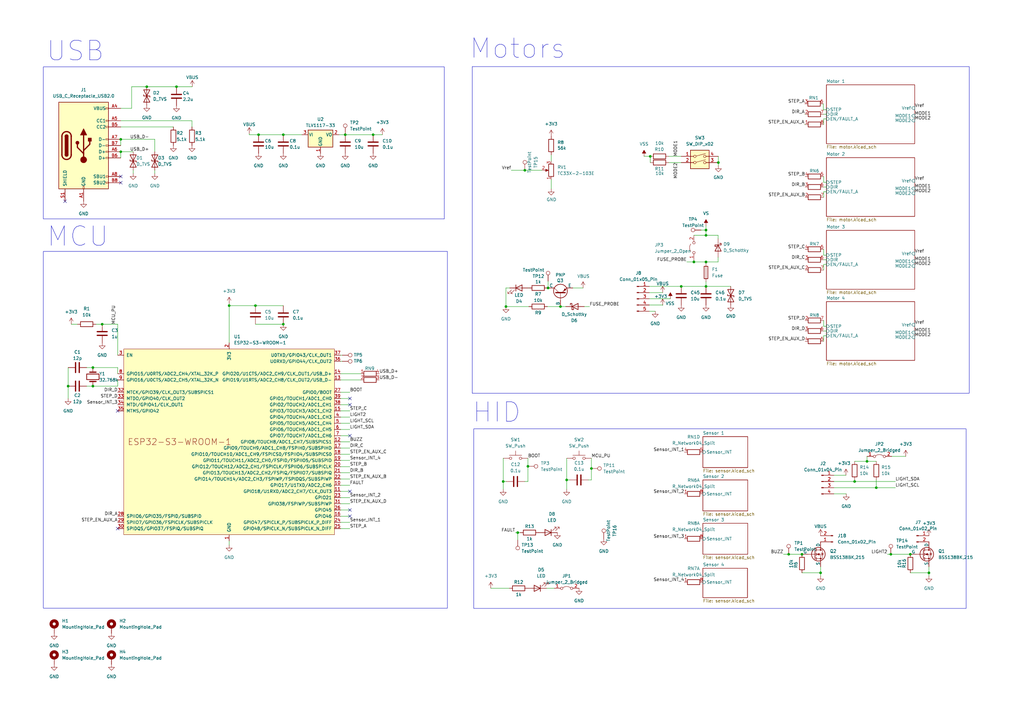
<source format=kicad_sch>
(kicad_sch (version 20250114) (generator "eeschema") (generator_version "9.0")
  (paper "A3")
  (title_block (title "Clock Motherboard"))
  (lib_symbols
    (symbol "Connector:Conn_01x02_Pin" (pin_names (offset 1.016) (hide yes))
      (property "Reference" "J" (at 0 2.54 0))
      (property "Value" "Conn_01x02_Pin" (at 0 -5.08 0))
      (symbol "Conn_01x02_Pin_1_1"
        (pin passive line (at 5.08 0 180) (length 3.81) (name "Pin_1") (number "1"))
        (pin passive line (at 5.08 -2.54 180) (length 3.81) (name "Pin_2") (number "2"))
      )
    )
    (symbol "Connector:Conn_01x04_Pin" (pin_names (offset 1.016) (hide yes))
      (property "Reference" "J" (at 0 5.08 0))
      (property "Value" "Conn_01x04_Pin" (at 0 -7.62 0))
      (symbol "Conn_01x04_Pin_1_1"
        (pin passive line (at 5.08 2.54 180) (length 3.81) (name "Pin_1") (number "1"))
        (pin passive line (at 5.08 0 180) (length 3.81) (name "Pin_2") (number "2"))
        (pin passive line (at 5.08 -2.54 180) (length 3.81) (name "Pin_3") (number "3"))
        (pin passive line (at 5.08 -5.08 180) (length 3.81) (name "Pin_4") (number "4"))
      )
    )
    (symbol "Connector:Conn_01x05_Pin" (pin_names (offset 1.016) (hide yes))
      (property "Reference" "J" (at 0 7.62 0))
      (property "Value" "Conn_01x05_Pin" (at 0 -7.62 0))
      (symbol "Conn_01x05_Pin_1_1"
        (pin passive line (at 5.08 5.08 180) (length 3.81) (name "Pin_1") (number "1"))
        (pin passive line (at 5.08 2.54 180) (length 3.81) (name "Pin_2") (number "2"))
        (pin passive line (at 5.08 0 180) (length 3.81) (name "Pin_3") (number "3"))
        (pin passive line (at 5.08 -2.54 180) (length 3.81) (name "Pin_4") (number "4"))
        (pin passive line (at 5.08 -5.08 180) (length 3.81) (name "Pin_5") (number "5"))
      )
    )
    (symbol "Connector:TestPoint" (pin_numbers (hide yes)) (pin_names (offset 0.762) (hide yes))
      (property "Reference" "TP" (at 0 6.858 0))
      (property "Value" "TestPoint" (at 0 5.08 0))
      (symbol "TestPoint_1_1"
        (pin passive line (at 0 0 90) (length 2.54) (name "1") (number "1"))
      )
    )
    (symbol "Connector:USB_C_Receptacle_USB2.0" (pin_names (offset 1.016))
      (property "Reference" "J" (at -10.16 19.05 0))
      (property "Value" "USB_C_Receptacle_USB2.0" (at 19.05 19.05 0))
      (symbol "USB_C_Receptacle_USB2.0_1_1"
        (pin passive line (at -7.62 -22.86 90) (length 5.08) (name "SHIELD") (number "S1"))
        (pin passive line (at 0 -22.86 90) (length 5.08) (name "GND") (number "A1"))
        (pin passive line (at 0 -22.86 90) (length 5.08) (hide yes) (name "GND") (number "A12"))
        (pin passive line (at 0 -22.86 90) (length 5.08) (hide yes) (name "GND") (number "B1"))
        (pin passive line (at 0 -22.86 90) (length 5.08) (hide yes) (name "GND") (number "B12"))
        (pin passive line (at 15.24 15.24 180) (length 5.08) (name "VBUS") (number "A4"))
        (pin passive line (at 15.24 15.24 180) (length 5.08) (hide yes) (name "VBUS") (number "A9"))
        (pin passive line (at 15.24 15.24 180) (length 5.08) (hide yes) (name "VBUS") (number "B4"))
        (pin passive line (at 15.24 15.24 180) (length 5.08) (hide yes) (name "VBUS") (number "B9"))
        (pin bidirectional line (at 15.24 10.16 180) (length 5.08) (name "CC1") (number "A5"))
        (pin bidirectional line (at 15.24 7.62 180) (length 5.08) (name "CC2") (number "B5"))
        (pin bidirectional line (at 15.24 2.54 180) (length 5.08) (name "D-") (number "A7"))
        (pin bidirectional line (at 15.24 0 180) (length 5.08) (name "D-") (number "B7"))
        (pin bidirectional line (at 15.24 -2.54 180) (length 5.08) (name "D+") (number "A6"))
        (pin bidirectional line (at 15.24 -5.08 180) (length 5.08) (name "D+") (number "B6"))
        (pin bidirectional line (at 15.24 -12.7 180) (length 5.08) (name "SBU1") (number "A8"))
        (pin bidirectional line (at 15.24 -15.24 180) (length 5.08) (name "SBU2") (number "B8"))
      )
    )
    (symbol "Device:C" (pin_numbers (hide yes)) (pin_names (offset 0.254))
      (property "Reference" "C" (at 0.635 2.54 0))
      (property "Value" "C" (at 0.635 -2.54 0))
      (symbol "C_1_1"
        (pin passive line (at 0 3.81 270) (length 2.794) (name "~") (number "1"))
        (pin passive line (at 0 -3.81 90) (length 2.794) (name "~") (number "2"))
      )
    )
    (symbol "Device:Crystal" (pin_numbers (hide yes)) (pin_names (offset 1.016) (hide yes))
      (property "Reference" "Y" (at 0 3.81 0))
      (property "Value" "Crystal" (at 0 -3.81 0))
      (symbol "Crystal_1_1"
        (pin passive line (at -3.81 0 0) (length 1.27) (name "1") (number "1"))
        (pin passive line (at 3.81 0 180) (length 1.27) (name "2") (number "2"))
      )
    )
    (symbol "Device:D_Schottky" (pin_numbers (hide yes)) (pin_names (offset 1.016) (hide yes))
      (property "Reference" "D" (at 0 2.54 0))
      (property "Value" "D_Schottky" (at 0 -2.54 0))
      (symbol "D_Schottky_1_1"
        (pin passive line (at -3.81 0 0) (length 2.54) (name "K") (number "1"))
        (pin passive line (at 3.81 0 180) (length 2.54) (name "A") (number "2"))
      )
    )
    (symbol "Device:D_TVS" (pin_numbers (hide yes)) (pin_names (offset 1.016) (hide yes))
      (property "Reference" "D" (at 0 2.54 0))
      (property "Value" "D_TVS" (at 0 -2.54 0))
      (symbol "D_TVS_1_1"
        (pin passive line (at -3.81 0 0) (length 2.54) (name "A1") (number "1"))
        (pin passive line (at 3.81 0 180) (length 2.54) (name "A2") (number "2"))
      )
    )
    (symbol "Device:Fuse" (pin_numbers (hide yes)) (pin_names (offset 0))
      (property "Reference" "F" (at 2.032 0 90))
      (property "Value" "Fuse" (at -1.905 0 90))
      (symbol "Fuse_1_1"
        (pin passive line (at 0 3.81 270) (length 1.27) (name "~") (number "1"))
        (pin passive line (at 0 -3.81 90) (length 1.27) (name "~") (number "2"))
      )
    )
    (symbol "Device:LED" (pin_numbers (hide yes)) (pin_names (offset 1.016) (hide yes))
      (property "Reference" "D" (at 0 2.54 0))
      (property "Value" "LED" (at 0 -2.54 0))
      (symbol "LED_1_1"
        (pin passive line (at -3.81 0 0) (length 2.54) (name "K") (number "1"))
        (pin passive line (at 3.81 0 180) (length 2.54) (name "A") (number "2"))
      )
    )
    (symbol "Device:R" (pin_numbers (hide yes)) (pin_names (offset 0))
      (property "Reference" "R" (at 2.032 0 90))
      (property "Value" "R" (at 0 0 90))
      (symbol "R_1_1"
        (pin passive line (at 0 3.81 270) (length 1.27) (name "~") (number "1"))
        (pin passive line (at 0 -3.81 90) (length 1.27) (name "~") (number "2"))
      )
    )
    (symbol "Device:R_Pack02_Split" (pin_names (offset 0) (hide yes))
      (property "Reference" "RN" (at 2.032 0 90))
      (property "Value" "R_Pack02_Split" (at 0 0 90))
      (symbol "R_Pack02_Split_1_1"
        (pin passive line (at 0 3.81 270) (length 1.27) (name "R1.2") (number "4"))
        (pin passive line (at 0 -3.81 90) (length 1.27) (name "R1.1") (number "1"))
      )
      (symbol "R_Pack02_Split_2_1"
        (pin passive line (at 0 3.81 270) (length 1.27) (name "R2.2") (number "3"))
        (pin passive line (at 0 -3.81 90) (length 1.27) (name "R2.1") (number "2"))
      )
    )
    (symbol "Device:R_Potentiometer" (pin_names (offset 1.016) (hide yes))
      (property "Reference" "RV" (at -4.445 0 90))
      (property "Value" "R_Potentiometer" (at -2.54 0 90))
      (symbol "R_Potentiometer_1_1"
        (pin passive line (at 0 3.81 270) (length 1.27) (name "1") (number "1"))
        (pin passive line (at 0 -3.81 90) (length 1.27) (name "3") (number "3"))
        (pin passive line (at 3.81 0 180) (length 1.27) (name "2") (number "2"))
      )
    )
    (symbol "Espressif:ESP32-S3-WROOM-1" (pin_names (offset 1.016))
      (property "Reference" "U" (at -43.18 43.18 0))
      (property "Value" "ESP32-S3-WROOM-1" (at -43.18 40.64 0))
      (symbol "ESP32-S3-WROOM-1_0_0"
        (text "ESP32-S3-WROOM-1" (at -20.32 0 0) (effects (font (size 2.54 2.54))))
        (pin input line (at -45.72 35.56 0) (length 2.54) (name "EN") (number "3"))
        (pin bidirectional line (at -45.72 27.94 0) (length 2.54) (name "GPIO15/U0RTS/ADC2_CH4/XTAL_32K_P") (number "8"))
        (pin bidirectional line (at -45.72 25.4 0) (length 2.54) (name "GPIO16/U0CTS/ADC2_CH5/XTAL_32K_N") (number "9"))
        (pin bidirectional line (at -45.72 20.32 0) (length 2.54) (name "MTCK/GPIO39/CLK_OUT3/SUBSPICS1") (number "32"))
        (pin bidirectional line (at -45.72 17.78 0) (length 2.54) (name "MTDO/GPIO40/CLK_OUT2") (number "33"))
        (pin bidirectional line (at -45.72 15.24 0) (length 2.54) (name "MTDI/GPIO41/CLK_OUT1") (number "34"))
        (pin bidirectional line (at -45.72 12.7 0) (length 2.54) (name "MTMS/GPIO42") (number "35"))
        (pin bidirectional line (at -45.72 -30.48 0) (length 2.54) (name "SPIIO6/GPIO35/FSPID/SUBSPID") (number "28"))
        (pin bidirectional line (at -45.72 -33.02 0) (length 2.54) (name "SPIIO7/GPIO36/FSPICLK/SUBSPICLK") (number "29"))
        (pin bidirectional line (at -45.72 -35.56 0) (length 2.54) (name "SPIDQS/GPIO37/FSPIQ/SUBSPIQ") (number "30"))
        (pin power_in line (at 0 40.64 270) (length 2.54) (name "3V3") (number "2"))
        (pin power_in line (at 0 -40.64 90) (length 2.54) (name "GND") (number "1"))
        (pin passive line (at 0 -40.64 90) (length 2.54) (hide yes) (name "GND") (number "40"))
        (pin passive line (at 0 -40.64 90) (length 2.54) (hide yes) (name "GND") (number "41"))
        (pin bidirectional line (at 45.72 35.56 180) (length 2.54) (name "U0TXD/GPIO43/CLK_OUT1") (number "37"))
        (pin bidirectional line (at 45.72 33.02 180) (length 2.54) (name "U0RXD/GPIO44/CLK_OUT2") (number "36"))
        (pin bidirectional line (at 45.72 27.94 180) (length 2.54) (name "GPIO20/U1CTS/ADC2_CH9/CLK_OUT1/USB_D+") (number "14"))
        (pin bidirectional line (at 45.72 25.4 180) (length 2.54) (name "GPIO19/U1RTS/ADC2_CH8/CLK_OUT2/USB_D-") (number "13"))
        (pin bidirectional line (at 45.72 20.32 180) (length 2.54) (name "GPIO0/BOOT") (number "27"))
        (pin bidirectional line (at 45.72 17.78 180) (length 2.54) (name "GPIO1/TOUCH1/ADC1_CH0") (number "39"))
        (pin bidirectional line (at 45.72 15.24 180) (length 2.54) (name "GPIO2/TOUCH2/ADC1_CH1") (number "38"))
        (pin bidirectional line (at 45.72 12.7 180) (length 2.54) (name "GPIO3/TOUCH3/ADC1_CH2") (number "15"))
        (pin bidirectional line (at 45.72 10.16 180) (length 2.54) (name "GPIO4/TOUCH4/ADC1_CH3") (number "4"))
        (pin bidirectional line (at 45.72 7.62 180) (length 2.54) (name "GPIO5/TOUCH5/ADC1_CH4") (number "5"))
        (pin bidirectional line (at 45.72 5.08 180) (length 2.54) (name "GPIO6/TOUCH6/ADC1_CH5") (number "6"))
        (pin bidirectional line (at 45.72 2.54 180) (length 2.54) (name "GPIO7/TOUCH7/ADC1_CH6") (number "7"))
        (pin bidirectional line (at 45.72 0 180) (length 2.54) (name "GPIO8/TOUCH8/ADC1_CH7/SUBSPICS1") (number "12"))
        (pin bidirectional line (at 45.72 -2.54 180) (length 2.54) (name "GPIO9/TOUCH9/ADC1_CH8/FSPIHD/SUBSPIHD") (number "17"))
        (pin bidirectional line (at 45.72 -5.08 180) (length 2.54) (name "GPIO10/TOUCH10/ADC1_CH9/FSPICS0/FSPIIO4/SUBSPICS0") (number "18"))
        (pin bidirectional line (at 45.72 -7.62 180) (length 2.54) (name "GPIO11/TOUCH11/ADC2_CH0/FSPID/FSPIIO5/SUBSPID") (number "19"))
        (pin bidirectional line (at 45.72 -10.16 180) (length 2.54) (name "GPIO12/TOUCH12/ADC2_CH1/FSPICLK/FSPIIO6/SUBSPICLK") (number "20"))
        (pin bidirectional line (at 45.72 -12.7 180) (length 2.54) (name "GPIO13/TOUCH13/ADC2_CH2/FSPIQ/FSPIIO7/SUBSPIQ") (number "21"))
        (pin bidirectional line (at 45.72 -15.24 180) (length 2.54) (name "GPIO14/TOUCH14/ADC2_CH3/FSPIWP/FSPIDQS/SUBSPIWP") (number "22"))
        (pin bidirectional line (at 45.72 -17.78 180) (length 2.54) (name "GPIO17/U1TXD/ADC2_CH6") (number "10"))
        (pin bidirectional line (at 45.72 -20.32 180) (length 2.54) (name "GPIO18/U1RXD/ADC2_CH7/CLK_OUT3") (number "11"))
        (pin bidirectional line (at 45.72 -22.86 180) (length 2.54) (name "GPIO21") (number "23"))
        (pin bidirectional line (at 45.72 -25.4 180) (length 2.54) (name "GPIO38/FSPIWP/SUBSPIWP") (number "31"))
        (pin bidirectional line (at 45.72 -27.94 180) (length 2.54) (name "GPIO45") (number "26"))
        (pin bidirectional line (at 45.72 -30.48 180) (length 2.54) (name "GPIO46") (number "16"))
        (pin bidirectional line (at 45.72 -33.02 180) (length 2.54) (name "GPIO47/SPICLK_P/SUBSPICLK_P_DIFF") (number "24"))
        (pin bidirectional line (at 45.72 -35.56 180) (length 2.54) (name "GPIO48/SPICLK_N/SUBSPICLK_N_DIFF") (number "25"))
      )
    )
    (symbol "Jumper:Jumper_2_Bridged" (pin_names (offset 0) (hide yes))
      (property "Reference" "JP" (at 0 1.905 0))
      (property "Value" "Jumper_2_Bridged" (at 0 -2.54 0))
      (symbol "Jumper_2_Bridged_1_1"
        (pin passive line (at -5.08 0 0) (length 2.54) (name "A") (number "1"))
        (pin passive line (at 5.08 0 180) (length 2.54) (name "B") (number "2"))
      )
    )
    (symbol "Jumper:Jumper_2_Open" (pin_names (offset 0) (hide yes))
      (property "Reference" "JP" (at 0 2.794 0))
      (property "Value" "Jumper_2_Open" (at 0 -2.286 0))
      (symbol "Jumper_2_Open_1_1"
        (pin passive line (at -5.08 0 0) (length 2.54) (name "A") (number "1"))
        (pin passive line (at 5.08 0 180) (length 2.54) (name "B") (number "2"))
      )
    )
    (symbol "Mechanical:MountingHole_Pad" (pin_numbers (hide yes)) (pin_names (offset 1.016) (hide yes))
      (property "Reference" "H" (at 0 6.35 0))
      (property "Value" "MountingHole_Pad" (at 0 4.445 0))
      (symbol "MountingHole_Pad_1_1"
        (pin input line (at 0 -2.54 90) (length 2.54) (name "1") (number "1"))
      )
    )
    (symbol "Regulator_Linear:TLV1117-33" (pin_names (offset 0.254))
      (property "Reference" "U" (at -3.81 3.175 0))
      (property "Value" "TLV1117-33" (at 0 3.175 0))
      (symbol "TLV1117-33_1_1"
        (pin power_in line (at -7.62 0 0) (length 2.54) (name "VI") (number "3"))
        (pin power_in line (at 0 -7.62 90) (length 2.54) (name "GND") (number "1"))
        (pin power_out line (at 7.62 0 180) (length 2.54) (name "VO") (number "2"))
      )
    )
    (symbol "Simulation_SPICE:NMOS" (pin_numbers (hide yes)) (pin_names (offset 0))
      (property "Reference" "Q" (at 5.08 1.27 0))
      (property "Value" "NMOS" (at 5.08 -1.27 0))
      (symbol "NMOS_1_1"
        (pin input line (at -5.08 0 0) (length 2.54) (name "G") (number "2"))
        (pin passive line (at 2.54 5.08 270) (length 2.54) (name "D") (number "1"))
        (pin passive line (at 2.54 -5.08 90) (length 2.54) (name "S") (number "3"))
      )
    )
    (symbol "Simulation_SPICE:PNP" (pin_numbers (hide yes)) (pin_names (offset 0))
      (property "Reference" "Q" (at -2.54 7.62 0))
      (property "Value" "PNP" (at -2.54 5.08 0))
      (symbol "PNP_1_1"
        (pin input line (at -5.08 0 0) (length 2.54) (name "B") (number "2"))
        (pin open_collector line (at 2.54 5.08 270) (length 2.54) (name "C") (number "1"))
        (pin open_emitter line (at 2.54 -5.08 90) (length 2.54) (name "E") (number "3"))
      )
    )
    (symbol "Switch:SW_DIP_x02" (pin_names (offset 0) (hide yes))
      (property "Reference" "SW" (at 0 6.35 0))
      (property "Value" "SW_DIP_x02" (at 0 -3.81 0))
      (symbol "SW_DIP_x02_1_1"
        (pin passive line (at -7.62 2.54 0) (length 5.08) (name "~") (number "1"))
        (pin passive line (at -7.62 0 0) (length 5.08) (name "~") (number "2"))
        (pin passive line (at 7.62 2.54 180) (length 5.08) (name "~") (number "4"))
        (pin passive line (at 7.62 0 180) (length 5.08) (name "~") (number "3"))
      )
    )
    (symbol "Switch:SW_Push" (pin_numbers (hide yes)) (pin_names (offset 1.016) (hide yes))
      (property "Reference" "SW" (at 1.27 2.54 0))
      (property "Value" "SW_Push" (at 0 -1.524 0))
      (symbol "SW_Push_0_1"
        (pin passive line (at -5.08 0 0) (length 2.54) (name "1") (number "1"))
        (pin passive line (at 5.08 0 180) (length 2.54) (name "2") (number "2"))
      )
    )
    (symbol "power:+3V3" (power) (pin_names (offset 0))
      (property "Value" "+3V3" (at 0 3.556 0))
      (symbol "+3V3_1_1"
        (pin power_in line (at 0 0 90) (length 0) (hide yes) (name "+3V3") (number "1"))
      )
    )
    (symbol "power:GND" (power) (pin_names (offset 0))
      (property "Value" "GND" (at 0 -3.81 0))
      (symbol "GND_1_1"
        (pin power_in line (at 0 0 270) (length 0) (hide yes) (name "GND") (number "1"))
      )
    )
    (symbol "power:VBUS" (power) (pin_names (offset 0))
      (property "Value" "VBUS" (at 0 3.81 0))
      (symbol "VBUS_1_1"
        (pin power_in line (at 0 0 90) (length 0) (hide yes) (name "VBUS") (number "1"))
      )
    )
    (symbol "power:VS" (power) (pin_names (offset 0))
      (property "Value" "VS" (at 0 3.81 0))
      (symbol "VS_1_1"
        (pin power_in line (at 0 0 90) (length 0) (hide yes) (name "VS") (number "1"))
      )
    )
    (symbol "power:VSS" (power) (pin_names (offset 0))
      (property "Value" "VSS" (at 0 3.81 0))
      (symbol "VSS_1_1"
        (pin power_in line (at 0 0 90) (length 0) (hide yes) (name "VSS") (number "1"))
      )
    )
    (symbol "vcnt2020:R_Network04_Split" (pin_names (offset 0) (hide yes))
      (property "Reference" "RN" (at 2.032 0 90))
      (property "Value" "R_Network04_Split" (at 3.81 0 90))
      (symbol "R_Network04_Split_1_1"
        (pin passive line (at 0 3.81 270) (length 1.27) (name "") (number "1"))
        (pin passive line (at 0 -3.81 90) (length 1.27) (name "") (number "8"))
      )
      (symbol "R_Network04_Split_2_1"
        (pin passive line (at 0 3.81 270) (length 1.27) (name "") (number "2"))
        (pin passive line (at 0 -3.81 90) (length 1.27) (name "") (number "7"))
      )
      (symbol "R_Network04_Split_3_1"
        (pin passive line (at 0 3.81 270) (length 1.27) (name "") (number "3"))
        (pin passive line (at 0 -3.81 90) (length 1.27) (name "") (number "6"))
      )
      (symbol "R_Network04_Split_4_1"
        (pin passive line (at 0 3.81 270) (length 1.27) (name "") (number "4"))
        (pin passive line (at 0 -3.81 90) (length 1.27) (name "") (number "5"))
      )
    )
  )
  (rectangle (start 17.78 103.124) (end 183.515 249.428))
  (rectangle (start 194.31 175.895) (end 396.24 249.555))
  (rectangle (start 17.78 27.432) (end 182.245 89.789))
  (rectangle (start 193.675 27.305) (end 397.51 161.29))
  (text "RN6" (at 334.01 70.358 0) (effects (font (size 1.27 1.27))))
  (text "HID" (at 193.548 173.99 0) (effects (font (size 8 8)) (justify left bottom)))
  (text "USB" (at 18.796 25.781 0) (effects (font (size 8 8)) (justify left bottom)))
  (text "Motors" (at 192.405 24.765 0) (effects (font (size 8 8)) (justify left bottom)))
  (text "RN9" (at 151.638 151.384 0) (effects (font (size 1.27 1.27))))
  (text "RN8" (at 334.01 129.54 0) (effects (font (size 1.27 1.27))))
  (text "RN1" (at 333.756 40.386 0) (effects (font (size 1.27 1.27))))
  (text "RN7" (at 334.01 100.33 0) (effects (font (size 1.27 1.27))))
  (text "MCU" (at 19.05 101.854 0) (effects (font (size 8 8)) (justify left bottom)))
  (junction (at 381 234.95))
  (junction (at 49.53 57.15))
  (junction (at 116.205 55.245))
  (junction (at 289.56 96.52))
  (junction (at 242.57 192.151))
  (junction (at 27.94 158.369))
  (junction (at 323.469 227.33))
  (junction (at 207.518 125.73))
  (junction (at 116.205 132.969))
  (junction (at 216.535 191.262))
  (junction (at 153.035 55.245))
  (junction (at 373.38 227.33))
  (junction (at 328.93 227.33))
  (junction (at 279.4 117.475))
  (junction (at 284.607 107.442))
  (junction (at 38.1 150.749))
  (junction (at 106.045 55.245))
  (junction (at 72.39 35.56))
  (junction (at 355.6 189.23))
  (junction (at 60.198 35.56))
  (junction (at 41.91 132.969))
  (junction (at 212.344 218.44))
  (junction (at 336.55 234.95))
  (junction (at 289.56 107.442))
  (junction (at 38.1 158.369))
  (junction (at 365.379 227.33))
  (junction (at 229.87 125.73))
  (junction (at 224.79 118.11))
  (junction (at 289.56 94.361))
  (junction (at 289.56 117.475))
  (junction (at 294.64 66.675))
  (junction (at 350.52 197.485))
  (junction (at 232.41 196.85))
  (junction (at 49.53 62.23))
  (junction (at 215.265 69.85))
  (junction (at 266.7 64.135))
  (junction (at 359.41 200.025))
  (junction (at 206.375 197.485))
  (junction (at 104.775 125.349))
  (junction (at 93.98 125.349))
  (junction (at 141.605 55.245))
  (no_connect (at 143.51 211.709))
  (no_connect (at 26.67 82.55))
  (no_connect (at 49.53 74.93))
  (no_connect (at 143.51 178.689))
  (no_connect (at 48.26 168.529))
  (no_connect (at 143.51 209.169))
  (no_connect (at 143.51 201.549))
  (no_connect (at 49.53 72.39))
  (no_connect (at 143.51 165.989))
  (no_connect (at 143.51 163.449))
  (no_connect (at 48.26 216.789))
  (wire (pts (xy 139.065 55.245) (xy 141.605 55.245)))
  (wire (pts (xy 337.82 108.458) (xy 337.82 110.744)))
  (wire (pts (xy 102.235 55.245) (xy 102.235 54.864)))
  (wire (pts (xy 281.686 107.442) (xy 284.607 107.442)))
  (wire (pts (xy 139.7 165.989) (xy 143.51 165.989)))
  (wire (pts (xy 232.41 196.85) (xy 232.41 200.66)))
  (wire (pts (xy 271.78 120.015) (xy 266.319 120.015)))
  (wire (pts (xy 289.56 92.583) (xy 289.56 94.361)))
  (wire (pts (xy 48.26 155.829) (xy 48.26 158.369)))
  (wire (pts (xy 337.82 76.708) (xy 338.963 76.708)))
  (wire (pts (xy 41.91 132.969) (xy 48.26 132.969)))
  (wire (pts (xy 279.4 117.475) (xy 289.56 117.475)))
  (wire (pts (xy 367.2525 200.025) (xy 359.41 200.025)))
  (wire (pts (xy 294.64 66.675) (xy 294.64 67.945)))
  (wire (pts (xy 49.53 57.15) (xy 49.53 59.69)))
  (wire (pts (xy 287.528 94.361) (xy 289.56 94.361)))
  (wire (pts (xy 355.6 189.23) (xy 350.52 189.23)))
  (wire (pts (xy 216.535 187.96) (xy 216.535 191.262)))
  (wire (pts (xy 93.98 221.869) (xy 93.98 223.52)))
  (wire (pts (xy 143.51 173.609) (xy 139.7 173.609)))
  (wire (pts (xy 139.7 206.629) (xy 143.51 206.629)))
  (wire (pts (xy 216.916 125.73) (xy 207.518 125.73)))
  (wire (pts (xy 209.677 69.85) (xy 215.265 69.85)))
  (wire (pts (xy 338.963 133.858) (xy 337.82 133.858)))
  (wire (pts (xy 274.32 66.675) (xy 279.4 66.675)))
  (wire (pts (xy 147.955 155.829) (xy 139.7 155.829)))
  (wire (pts (xy 337.82 74.803) (xy 337.82 72.39)))
  (wire (pts (xy 294.64 64.135) (xy 294.64 66.675)))
  (wire (pts (xy 212.344 221.488) (xy 212.344 218.44)))
  (wire (pts (xy 224.79 115.316) (xy 224.79 118.11)))
  (wire (pts (xy 337.693 44.958) (xy 337.693 42.545)))
  (wire (pts (xy 27.94 158.369) (xy 27.94 163.449)))
  (wire (pts (xy 284.607 107.442) (xy 289.56 107.442)))
  (wire (pts (xy 78.74 49.53) (xy 49.53 49.53)))
  (wire (pts (xy 141.605 55.245) (xy 141.605 54.864)))
  (wire (pts (xy 106.045 55.245) (xy 116.205 55.245)))
  (wire (pts (xy 49.53 62.23) (xy 54.61 62.23)))
  (wire (pts (xy 93.98 125.349) (xy 93.98 140.589)))
  (wire (pts (xy 328.93 234.95) (xy 336.55 234.95)))
  (wire (pts (xy 143.51 168.529) (xy 139.7 168.529)))
  (wire (pts (xy 381 234.95) (xy 381 232.41)))
  (wire (pts (xy 39.37 132.969) (xy 41.91 132.969)))
  (wire (pts (xy 271.78 125.095) (xy 266.319 125.095)))
  (wire (pts (xy 48.26 132.969) (xy 48.26 145.669)))
  (wire (pts (xy 139.7 204.089) (xy 143.51 204.089)))
  (wire (pts (xy 239.141 118.11) (xy 234.95 118.11)))
  (wire (pts (xy 323.469 227.33) (xy 328.93 227.33)))
  (wire (pts (xy 274.32 64.135) (xy 279.4 64.135)))
  (wire (pts (xy 143.51 181.229) (xy 139.7 181.229)))
  (wire (pts (xy 242.57 187.96) (xy 242.57 192.151)))
  (wire (pts (xy 336.55 236.22) (xy 336.55 234.95)))
  (wire (pts (xy 294.513 96.52) (xy 294.513 97.917)))
  (wire (pts (xy 266.7 64.135) (xy 266.7 66.675)))
  (wire (pts (xy 271.78 125.222) (xy 271.78 125.095)))
  (wire (pts (xy 48.26 150.749) (xy 48.26 153.289)))
  (wire (pts (xy 337.82 48.768) (xy 337.82 51.054)))
  (wire (pts (xy 215.265 69.85) (xy 222.25 69.85)))
  (wire (pts (xy 338.963 78.613) (xy 337.82 78.613)))
  (wire (pts (xy 212.344 218.44) (xy 213.36 218.44)))
  (wire (pts (xy 143.51 216.789) (xy 139.7 216.789)))
  (wire (pts (xy 338.963 137.668) (xy 337.82 137.668)))
  (wire (pts (xy 336.55 234.95) (xy 336.55 232.41)))
  (wire (pts (xy 139.7 199.009) (xy 143.51 199.009)))
  (wire (pts (xy 139.7 148.209) (xy 140.335 148.209)))
  (wire (pts (xy 48.26 158.369) (xy 38.1 158.369)))
  (wire (pts (xy 139.7 160.909) (xy 143.51 160.909)))
  (wire (pts (xy 93.98 124.46) (xy 93.98 125.349)))
  (wire (pts (xy 53.975 35.56) (xy 60.198 35.56)))
  (wire (pts (xy 63.5 71.12) (xy 63.5 69.85)))
  (wire (pts (xy 289.56 115.57) (xy 289.56 117.475)))
  (wire (pts (xy 347.091 202.565) (xy 342.011 202.565)))
  (wire (pts (xy 350.52 197.485) (xy 342.011 197.485)))
  (wire (pts (xy 206.375 187.96) (xy 206.375 197.485)))
  (wire (pts (xy 226.06 63.5) (xy 226.06 66.04)))
  (wire (pts (xy 139.7 201.549) (xy 143.51 201.549)))
  (wire (pts (xy 350.52 196.85) (xy 350.52 197.485)))
  (wire (pts (xy 207.518 125.73) (xy 207.518 118.11)))
  (wire (pts (xy 284.607 96.52) (xy 289.56 96.52)))
  (wire (pts (xy 363.982 227.33) (xy 365.379 227.33)))
  (wire (pts (xy 139.7 191.389) (xy 143.51 191.389)))
  (wire (pts (xy 206.375 197.485) (xy 207.645 197.485)))
  (wire (pts (xy 139.7 186.309) (xy 143.51 186.309)))
  (wire (pts (xy 143.51 209.169) (xy 139.7 209.169)))
  (wire (pts (xy 201.295 241.3) (xy 208.915 241.3)))
  (wire (pts (xy 338.963 74.803) (xy 337.82 74.803)))
  (wire (pts (xy 321.31 227.33) (xy 323.469 227.33)))
  (wire (pts (xy 346.964 194.945) (xy 342.011 194.945)))
  (wire (pts (xy 337.82 104.648) (xy 337.82 102.235)))
  (wire (pts (xy 139.7 196.469) (xy 143.51 196.469)))
  (wire (pts (xy 29.21 132.969) (xy 31.75 132.969)))
  (wire (pts (xy 337.82 106.553) (xy 338.963 106.553)))
  (wire (pts (xy 143.51 214.249) (xy 139.7 214.249)))
  (wire (pts (xy 289.56 107.95) (xy 289.56 107.442)))
  (wire (pts (xy 289.56 117.475) (xy 299.72 117.475)))
  (wire (pts (xy 224.536 125.73) (xy 229.87 125.73)))
  (wire (pts (xy 338.963 104.648) (xy 337.82 104.648)))
  (wire (pts (xy 38.1 150.749) (xy 48.26 150.749)))
  (wire (pts (xy 27.94 150.749) (xy 27.94 158.369)))
  (wire (pts (xy 242.57 192.151) (xy 242.57 196.85)))
  (wire (pts (xy 241.808 125.73) (xy 239.649 125.73)))
  (wire (pts (xy 337.82 78.613) (xy 337.82 80.899)))
  (wire (pts (xy 206.375 197.485) (xy 206.375 200.66)))
  (wire (pts (xy 359.41 200.025) (xy 342.011 200.025)))
  (wire (pts (xy 49.53 62.23) (xy 49.53 64.77)))
  (wire (pts (xy 337.82 137.668) (xy 337.82 139.954)))
  (wire (pts (xy 139.7 163.449) (xy 143.51 163.449)))
  (wire (pts (xy 224.536 118.11) (xy 224.79 118.11)))
  (wire (pts (xy 143.51 178.689) (xy 139.7 178.689)))
  (wire (pts (xy 60.198 35.56) (xy 72.39 35.56)))
  (wire (pts (xy 381 236.22) (xy 381 234.95)))
  (wire (pts (xy 35.56 158.369) (xy 38.1 158.369)))
  (wire (pts (xy 232.41 187.96) (xy 232.41 196.85)))
  (wire (pts (xy 337.82 46.863) (xy 338.963 46.863)))
  (wire (pts (xy 78.74 52.07) (xy 78.74 49.53)))
  (wire (pts (xy 93.98 125.349) (xy 104.775 125.349)))
  (wire (pts (xy 330.2 46.863) (xy 330.073 46.863)))
  (wire (pts (xy 338.963 108.458) (xy 337.82 108.458)))
  (wire (pts (xy 102.235 55.245) (xy 106.045 55.245)))
  (wire (pts (xy 294.513 107.442) (xy 294.513 105.537)))
  (wire (pts (xy 53.975 44.45) (xy 49.53 44.45)))
  (wire (pts (xy 153.035 55.245) (xy 156.845 55.245)))
  (wire (pts (xy 264.16 64.135) (xy 266.7 64.135)))
  (wire (pts (xy 72.39 35.56) (xy 78.867 35.56)))
  (wire (pts (xy 242.57 196.85) (xy 241.3 196.85)))
  (wire (pts (xy 294.513 107.442) (xy 289.56 107.442)))
  (wire (pts (xy 338.963 48.768) (xy 337.82 48.768)))
  (wire (pts (xy 72.39 35.687) (xy 72.39 35.56)))
  (wire (pts (xy 294.513 96.52) (xy 289.56 96.52)))
  (wire (pts (xy 371.475 187.198) (xy 365.76 187.198)))
  (wire (pts (xy 143.51 211.709) (xy 139.7 211.709)))
  (wire (pts (xy 373.38 234.95) (xy 381 234.95)))
  (wire (pts (xy 350.52 197.485) (xy 367.2525 197.485)))
  (wire (pts (xy 359.41 189.23) (xy 355.6 189.23)))
  (wire (pts (xy 143.51 176.149) (xy 139.7 176.149)))
  (wire (pts (xy 355.6 187.198) (xy 355.6 189.23)))
  (wire (pts (xy 116.205 55.245) (xy 123.825 55.245)))
  (wire (pts (xy 266.319 122.555) (xy 274.955 122.555)))
  (wire (pts (xy 216.535 197.485) (xy 215.265 197.485)))
  (wire (pts (xy 54.61 69.85) (xy 54.61 71.12)))
  (wire (pts (xy 207.518 118.11) (xy 209.042 118.11)))
  (wire (pts (xy 141.605 55.245) (xy 153.035 55.245)))
  (wire (pts (xy 216.535 191.262) (xy 216.535 197.485)))
  (wire (pts (xy 49.53 52.07) (xy 71.12 52.07)))
  (wire (pts (xy 279.4 117.475) (xy 266.319 117.475)))
  (wire (pts (xy 211.328 218.44) (xy 212.344 218.44)))
  (wire (pts (xy 337.82 135.763) (xy 338.963 135.763)))
  (wire (pts (xy 139.7 183.769) (xy 143.51 183.769)))
  (wire (pts (xy 289.56 94.361) (xy 289.56 96.52)))
  (wire (pts (xy 216.916 118.11) (xy 216.662 118.11)))
  (wire (pts (xy 330.2 51.054) (xy 329.946 51.054)))
  (wire (pts (xy 226.06 77.47) (xy 226.06 73.66)))
  (wire (pts (xy 232.41 196.85) (xy 233.68 196.85)))
  (wire (pts (xy 63.5 57.15) (xy 49.53 57.15)))
  (wire (pts (xy 104.775 125.349) (xy 116.205 125.349)))
  (wire (pts (xy 104.775 132.969) (xy 116.205 132.969)))
  (wire (pts (xy 224.155 241.3) (xy 227.33 241.3)))
  (wire (pts (xy 266.319 127.635) (xy 268.732 127.635)))
  (wire (pts (xy 359.41 196.85) (xy 359.41 200.025)))
  (wire (pts (xy 143.51 171.069) (xy 139.7 171.069)))
  (wire (pts (xy 147.955 153.289) (xy 139.7 153.289)))
  (wire (pts (xy 63.5 62.23) (xy 63.5 57.15)))
  (wire (pts (xy 365.379 227.33) (xy 373.38 227.33)))
  (wire (pts (xy 35.56 150.749) (xy 38.1 150.749)))
  (wire (pts (xy 232.029 125.73) (xy 229.87 125.73)))
  (wire (pts (xy 53.975 35.56) (xy 53.975 44.45)))
  (wire (pts (xy 139.7 188.849) (xy 143.51 188.849)))
  (wire (pts (xy 337.82 133.858) (xy 337.82 131.445)))
  (wire (pts (xy 139.7 193.929) (xy 143.51 193.929)))
  (wire (pts (xy 284.607 106.68) (xy 284.607 107.442)))
  (wire (pts (xy 140.335 145.669) (xy 139.7 145.669)))
  (wire (pts (xy 338.963 44.958) (xy 337.693 44.958)))
  (label "FAULT" (at 211.328 218.44 180))
  (label "Vref" (at 375.158 133.223 0))
  (label "STEP_EN_AUX_C" (at 143.51 186.309 0))
  (label "MODE1" (at 375.158 107.188 0))
  (label "STEP_EN_AUX_A" (at 329.946 51.054 180))
  (label "DIR_A" (at 330.073 46.863 180))
  (label "Sensor_INT_3" (at 48.26 165.989 180))
  (label "STEP_C" (at 143.51 168.529 0))
  (label "DIR_C" (at 143.51 183.769 0))
  (label "LIGHT2" (at 143.51 171.069 0))
  (label "BOOT" (at 216.535 187.96 0))
  (label "USB_D+" (at 155.575 153.289 0))
  (label "Vref" (at 375.158 104.013 0))
  (label "LIGHT_SCL" (at 143.51 173.609 0))
  (label "STEP_EN_AUX_C" (at 330.2 110.744 180))
  (label "STEP_EN_AUX_D" (at 143.51 206.629 0))
  (label "Sensor_INT_4" (at 143.51 188.849 0))
  (label "DIR_B" (at 143.51 193.929 0))
  (label "FUSE_PROBE" (at 241.808 125.73 0))
  (label "Vref" (at 375.158 44.323 0))
  (label "STEP_A" (at 330.073 42.545 180))
  (label "USB_D-" (at 155.575 155.829 0))
  (label "Sensor_INT_1" (at 280.67 185.42 180))
  (label "STEP_B" (at 143.51 191.389 0))
  (label "DIR_A" (at 48.26 211.709 180))
  (label "MCU_PU" (at 47.625 132.969 90))
  (label "STEP_A" (at 143.51 216.789 0))
  (label "STEP_C" (at 330.2 102.235 180))
  (label "DIR_C" (at 330.2 106.553 180))
  (label "Vref" (at 209.677 69.85 180))
  (label "MODE2" (at 375.158 79.248 0))
  (label "STEP_EN_AUX_B" (at 330.2 80.899 180))
  (label "STEP_B" (at 330.2 72.39 180))
  (label "LIGHT_SDA" (at 367.2525 197.485 0))
  (label "STEP_D" (at 48.26 163.449 180))
  (label "Vref" (at 375.158 74.168 0))
  (label "USB_D-" (at 53.34 57.15 0))
  (label "MODE2" (at 375.158 138.303 0))
  (label "Sensor_INT_3" (at 280.67 220.98 180))
  (label "MODE2" (at 375.158 109.093 0))
  (label "MODE1" (at 375.158 47.498 0))
  (label "DIR_D" (at 330.2 135.763 180))
  (label "MODE2" (at 375.158 49.403 0))
  (label "Sensor_INT_2" (at 280.67 202.565 180))
  (label "STEP_EN_AUX_B" (at 143.51 196.469 0))
  (label "FAULT" (at 143.51 199.009 0))
  (label "FUSE_PROBE" (at 281.686 107.442 180))
  (label "LIGHT_SCL" (at 367.2525 200.025 0))
  (label "Sensor_INT_4" (at 280.67 238.76 180))
  (label "Sensor_INT_2" (at 143.51 204.089 0))
  (label "USB_D+" (at 53.34 62.23 0))
  (label "MODE1" (at 375.158 77.343 0))
  (label "DIR_D" (at 48.26 160.909 180))
  (label "DIR_B" (at 330.2 76.708 180))
  (label "STEP_D" (at 330.2 131.445 180))
  (label "STEP_EN_AUX_A" (at 48.26 214.249 180))
  (label "BOOT" (at 143.51 160.909 0))
  (label "STEP_EN_AUX_D" (at 330.2 139.954 180))
  (label "Sensor_INT_1" (at 143.51 214.249 0))
  (label "MODE2" (at 278.13 66.675 270))
  (label "LIGHT2" (at 363.982 227.33 180))
  (label "LIGHT_SDA" (at 143.51 176.149 0))
  (label "BUZZ" (at 143.51 181.229 0))
  (label "MODE1" (at 375.158 136.398 0))
  (label "MODE1" (at 278.13 64.135 90))
  (label "BUZZ" (at 321.31 227.33 180))
  (label "MCU_PU" (at 242.57 187.96 0))
  (symbol (lib_id "vcnt2020:R_Network04_Split") (at 334.01 135.763 90) (unit 3)
    (property "Reference" "RN8" (effects (hide yes)))
    (property "Value" "R_Network04_Split" (effects (hide yes)))
    (property "Footprint" "Resistor_SMD:R_Array_Convex_4x0402" (effects (hide yes)))
    (property "Part Number" "MCPNF42JT-YR0R0" (effects (hide yes)))
  )
  (symbol (lib_id "power:GND") (at 153.035 62.865 0) (unit 1)
    (property "Reference" "#PWR020" (effects (hide yes)))
    (property "Value" "GND" (at 153.035 67.945 0))
  )
  (symbol (lib_id "Device:Crystal") (at 38.1 154.559 90) (unit 1)
    (property "Reference" "Y1" (at 40.64 153.289 90) (effects (justify right)))
    (property "Value" "32.768k" (at 40.64 155.829 90) (effects (justify right)))
    (property "Footprint" "Crystal:Crystal_SMD_3215-2Pin_3.2x1.5mm" (effects (hide yes)))
    (property "Part Number" "RT3215-32.768-12.5-TR-10PPM" (effects (hide yes)))
  )
  (symbol (lib_id "Connector:TestPoint") (at 247.65 220.98 0) (unit 1)
    (property "Reference" "TP16" (at 252.095 217.678 90))
    (property "Value" "TestPoint" (at 249.555 217.678 90))
    (property "Footprint" "TestPoint:TestPoint_Pad_1.0x1.0mm" (effects (hide yes)))
    (property "Part Number" "N/A" (effects (hide yes)))
  )
  (symbol (lib_id "Device:D_TVS") (at 299.72 121.285 270) (unit 1)
    (property "Reference" "D7" (at 302.768 120.0149 90) (effects (justify left)))
    (property "Value" "D_TVS" (at 302.768 122.5549 90) (effects (justify left)))
    (property "Footprint" "SOD-723:ZDO_SOD723_LTF-L" (effects (hide yes)))
    (property "Part Number" "SP1003-01DTG" (effects (hide yes)))
  )
  (symbol (lib_id "power:GND") (at 141.605 62.865 0) (unit 1)
    (property "Reference" "#PWR019" (effects (hide yes)))
    (property "Value" "GND" (at 141.605 67.945 0))
  )
  (symbol (lib_id "power:+3V3") (at 271.78 125.222 0) (unit 1)
    (property "Reference" "#PWR035" (effects (hide yes)))
    (property "Value" "+3V3" (at 271.018 121.539 0))
  )
  (symbol (lib_id "vcnt2020:R_Network04_Split") (at 334.01 106.553 90) (unit 3)
    (property "Reference" "RN7" (effects (hide yes)))
    (property "Value" "R_Network04_Split" (effects (hide yes)))
    (property "Footprint" "Resistor_SMD:R_Array_Convex_4x0402" (effects (hide yes)))
    (property "Part Number" "MCPNF42JT-YR0R0" (effects (hide yes)))
  )
  (symbol (lib_id "Device:C") (at 106.045 59.055 0) (unit 1)
    (property "Reference" "C6" (at 108.585 57.785 0) (effects (justify left)))
    (property "Value" "10u" (at 108.585 60.325 0) (effects (justify left)))
    (property "Footprint" "Capacitor_SMD:C_1206_3216Metric" (effects (hide yes)))
    (property "Part Number" "C1206C106K4PACTU" (effects (hide yes)))
  )
  (symbol (lib_id "Device:C") (at 279.4 121.285 0) (unit 1)
    (property "Reference" "C45" (at 283.21 120.015 0) (effects (justify left)))
    (property "Value" "10u" (at 283.21 122.555 0) (effects (justify left)))
    (property "Footprint" "Capacitor_SMD:C_1206_3216Metric" (effects (hide yes)))
    (property "Part Number" "C1206C106K4PACTU" (effects (hide yes)))
  )
  (symbol (lib_id "power:GND") (at 131.445 62.865 0) (unit 1)
    (property "Reference" "#PWR018" (effects (hide yes)))
    (property "Value" "GND" (at 131.445 67.945 0))
  )
  (symbol (lib_id "Device:D_TVS") (at 63.5 66.04 90) (unit 1)
    (property "Reference" "D3" (at 64.77 64.77 90) (effects (justify right)))
    (property "Value" "D_TVS" (at 64.77 67.31 90) (effects (justify right)))
    (property "Footprint" "Diode_SMD:D_SOD-882" (effects (hide yes)))
    (property "Part Number" "SP3021-01ETG" (effects (hide yes)))
  )
  (symbol (lib_id "Device:D_TVS") (at 60.198 39.37 90) (unit 1)
    (property "Reference" "D2" (at 62.738 38.1 90) (effects (justify right)))
    (property "Value" "D_TVS" (at 62.738 40.64 90) (effects (justify right)))
    (property "Footprint" "SOD-723:ZDO_SOD723_LTF-L" (effects (hide yes)))
    (property "Part Number" "SP1003-01DTG" (effects (hide yes)))
  )
  (symbol (lib_id "vcnt2020:R_Network04_Split") (at 334.01 80.899 90) (unit 2)
    (property "Reference" "RN6" (effects (hide yes)))
    (property "Value" "R_Network04_Split" (effects (hide yes)))
    (property "Footprint" "Resistor_SMD:R_Array_Convex_4x0402" (effects (hide yes)))
    (property "Part Number" "MCPNF42JT-YR0R0" (effects (hide yes)))
  )
  (symbol (lib_id "Device:R_Pack02_Split") (at 151.765 155.829 270) (unit 2)
    (property "Reference" "RN9" (effects (hide yes)))
    (property "Value" "R_Pack02_Split" (effects (hide yes)))
    (property "Footprint" "Resistor_SMD:R_Array_Convex_2x0402" (effects (hide yes)))
    (property "Part Number" "MCPNF22JT-YR0R0" (effects (hide yes)))
  )
  (symbol (lib_id "Device:LED") (at 212.852 118.11 0) (unit 1)
    (property "Reference" "D4" (at 212.852 123.571 0))
    (property "Value" "LED" (at 212.852 121.031 0))
    (property "Footprint" "LED_SMD:LED_0805_2012Metric" (effects (hide yes)))
    (property "Part Number" "MCL-S270YC" (effects (hide yes)))
  )
  (symbol (lib_id "vcnt2020:R_Network04_Split") (at 334.01 76.708 90) (unit 3)
    (property "Reference" "RN6" (effects (hide yes)))
    (property "Value" "R_Network04_Split" (effects (hide yes)))
    (property "Footprint" "Resistor_SMD:R_Array_Convex_4x0402" (effects (hide yes)))
    (property "Part Number" "MCPNF42JT-YR0R0" (effects (hide yes)))
  )
  (symbol (lib_id "vcnt2020:R_Network04_Split") (at 334.01 102.235 90) (unit 4)
    (property "Reference" "RN7" (effects (hide yes)))
    (property "Value" "R_Network04_Split" (effects (hide yes)))
    (property "Footprint" "Resistor_SMD:R_Array_Convex_4x0402" (effects (hide yes)))
    (property "Part Number" "MCPNF42JT-YR0R0" (effects (hide yes)))
  )
  (symbol (lib_id "Simulation_SPICE:NMOS") (at 334.01 227.33 0) (unit 1)
    (property "Reference" "Q2" (at 340.36 226.0599 0) (effects (justify left)))
    (property "Value" "BSS138BK,215" (at 340.36 228.5999 0) (effects (justify left)))
    (property "Footprint" "Package_TO_SOT_SMD:SOT-23" (effects (hide yes)))
    (property "Datasheet" "https://ngspice.sourceforge.io/docs/ngspice-manual.pdf" (effects (hide yes)))
    (property "Sim.Device" "NMOS" (effects (hide yes)))
    (property "Sim.Type" "VDMOS" (effects (hide yes)))
    (property "Sim.Pins" "1=D 2=G 3=S" (effects (hide yes)))
    (property "Part Number" "BSS138BK,215" (effects (hide yes)))
  )
  (symbol (lib_id "power:GND") (at 27.94 163.449 0) (unit 1)
    (property "Reference" "#PWR01" (effects (hide yes)))
    (property "Value" "GND" (at 27.94 168.529 0))
  )
  (symbol (lib_id "vcnt2020:R_Network04_Split") (at 284.48 220.98 90) (unit 1)
    (property "Reference" "RN8" (at 284.48 214.63 90))
    (property "Value" "R_Network04_Split" (at 284.48 217.17 90))
    (property "Footprint" "Resistor_SMD:R_Array_Convex_4x0402" (effects (hide yes)))
    (property "Part Number" "MCPNF42JT-YR0R0" (effects (hide yes)))
  )
  (symbol (lib_id "power:GND") (at 279.4 125.095 0) (unit 1)
    (property "Reference" "#PWR031" (effects (hide yes)))
    (property "Value" "GND" (at 279.4 130.175 0))
  )
  (symbol (lib_id "Device:D_TVS") (at 54.61 66.04 90) (unit 1)
    (property "Reference" "D1" (at 55.88 64.77 90) (effects (justify right)))
    (property "Value" "D_TVS" (at 55.88 67.31 90) (effects (justify right)))
    (property "Footprint" "Diode_SMD:D_SOD-882" (effects (hide yes)))
    (property "Part Number" "SP3021-01ETG" (effects (hide yes)))
  )
  (symbol (lib_id "Device:R_Pack02_Split") (at 151.765 153.289 270) (unit 1)
    (property "Reference" "RN9" (effects (hide yes)))
    (property "Value" "R_Pack02_Split" (effects (hide yes)))
    (property "Footprint" "Resistor_SMD:R_Array_Convex_2x0402" (effects (hide yes)))
    (property "Part Number" "MCPNF22JT-YR0R0" (effects (hide yes)))
  )
  (symbol (lib_id "Device:R") (at 350.52 193.04 180) (unit 1)
    (property "Reference" "R14" (at 352.552 191.643 0) (effects (justify right)))
    (property "Value" "10k" (at 352.552 194.183 0) (effects (justify right)))
    (property "Footprint" "Resistor_SMD:R_0603_1608Metric" (effects (hide yes)))
    (property "Part Number" "MR06X1002FTLV" (effects (hide yes)))
  )
  (symbol (lib_id "power:+3V3") (at 346.964 194.945 0) (unit 1)
    (property "Reference" "#PWR041" (effects (hide yes)))
    (property "Value" "+3V3" (at 346.202 189.992 0))
  )
  (symbol (lib_id "Connector:TestPoint") (at 365.379 227.33 0) (unit 1)
    (property "Reference" "TP14" (at 367.538 221.742 0) (effects (justify left)))
    (property "Value" "TestPoint" (at 367.538 224.282 0) (effects (justify left)))
    (property "Footprint" "TestPoint:TestPoint_Pad_D1.0mm" (effects (hide yes)))
    (property "Part Number" "N/A" (effects (hide yes)))
  )
  (symbol (lib_id "Connector:TestPoint") (at 215.265 69.85 0) (unit 1)
    (property "Reference" "TP15" (at 219.71 66.548 90))
    (property "Value" "TestPoint" (at 217.17 66.548 90))
    (property "Footprint" "TestPoint:TestPoint_Pad_2.0x2.0mm" (effects (hide yes)))
    (property "Part Number" "N/A" (effects (hide yes)))
  )
  (symbol (lib_id "Device:C") (at 153.035 59.055 0) (unit 1)
    (property "Reference" "C10" (at 156.845 57.785 0) (effects (justify left)))
    (property "Value" "0.1u" (at 156.845 60.325 0) (effects (justify left)))
    (property "Footprint" "Capacitor_SMD:C_0603_1608Metric" (effects (hide yes)))
    (property "Part Number" "CL10B104KO8NNNC" (effects (hide yes)))
  )
  (symbol (lib_id "Device:C") (at 104.775 129.159 0) (unit 1)
    (property "Reference" "C5" (at 108.585 127.889 0) (effects (justify left)))
    (property "Value" "10u" (at 108.585 130.429 0) (effects (justify left)))
    (property "Footprint" "Capacitor_SMD:C_1206_3216Metric" (effects (hide yes)))
    (property "Part Number" "C1206C106K4PACTU" (effects (hide yes)))
  )
  (symbol (lib_id "power:GND") (at 381 236.22 0) (unit 1)
    (property "Reference" "#PWR0133" (effects (hide yes)))
    (property "Value" "GND" (at 381 241.3 0))
  )
  (symbol (lib_id "Device:R") (at 270.51 66.675 90) (unit 1)
    (property "Reference" "R11" (at 272.415 69.215 90) (effects (justify left)))
    (property "Value" "10k" (at 272.415 71.12 90) (effects (justify left)))
    (property "Footprint" "Resistor_SMD:R_0603_1608Metric" (effects (hide yes)))
    (property "Part Number" "MR06X1002FTLV" (effects (hide yes)))
  )
  (symbol (lib_id "power:+3V3") (at 381 219.71 0) (unit 1)
    (property "Reference" "#PWR0139" (effects (hide yes)))
    (property "Value" "+3V3" (at 381 214.63 0))
  )
  (symbol (lib_id "Mechanical:MountingHole_Pad") (at 22.225 257.175 0) (unit 1)
    (property "Reference" "H1" (at 25.4 254.635 0) (effects (justify left)))
    (property "Value" "MountingHole_Pad" (at 25.4 257.175 0) (effects (justify left)))
    (property "Footprint" "MountingHole:MountingHole_3.2mm_M3" (effects (hide yes)))
    (property "Part Number" "N/A" (effects (hide yes)))
  )
  (symbol (lib_id "Espressif:ESP32-S3-WROOM-1") (at 93.98 181.229 0) (unit 1)
    (property "Reference" "U1" (at 95.9359 138.049 0) (effects (justify left)))
    (property "Value" "ESP32-S3-WROOM-1" (at 95.9359 140.589 0) (effects (justify left)))
    (property "Footprint" "Espressif:ESP32-S3-WROOM-1" (effects (hide yes)))
    (property "Datasheet" "https://www.espressif.com/sites/default/files/documentation/esp32-s3-wroom-1_wroom-1u_datasheet_en.pdf" (effects (hide yes)))
    (property "Part Number" "DFR0896" (effects (hide yes)))
  )
  (symbol (lib_id "Device:R") (at 359.41 193.04 180) (unit 1)
    (property "Reference" "R15" (at 361.442 191.643 0) (effects (justify right)))
    (property "Value" "10k" (at 361.442 194.183 0) (effects (justify right)))
    (property "Footprint" "Resistor_SMD:R_0603_1608Metric" (effects (hide yes)))
    (property "Part Number" "MR06X1002FTLV" (effects (hide yes)))
  )
  (symbol (lib_id "power:GND") (at 60.198 43.18 0) (unit 1)
    (property "Reference" "#PWR06" (effects (hide yes)))
    (property "Value" "GND" (at 60.198 48.26 0))
  )
  (symbol (lib_id "Device:R") (at 373.38 231.14 0) (unit 1)
    (property "Reference" "R16" (at 370.84 233.045 90) (effects (justify left)))
    (property "Value" "10k" (at 368.935 233.045 90) (effects (justify left)))
    (property "Footprint" "Resistor_SMD:R_0603_1608Metric" (effects (hide yes)))
    (property "Part Number" "MR06X1002FTLV" (effects (hide yes)))
  )
  (symbol (lib_id "Device:C") (at 31.75 158.369 90) (unit 1)
    (property "Reference" "C2" (at 31.75 162.179 90))
    (property "Value" "12p" (at 31.75 164.719 90))
    (property "Footprint" "Capacitor_SMD:C_0603_1608Metric" (effects (hide yes)))
    (property "Part Number" "VJ0805A120FXJCW1BC" (effects (hide yes)))
  )
  (symbol (lib_id "Mechanical:MountingHole_Pad") (at 45.72 257.175 0) (unit 1)
    (property "Reference" "H2" (at 48.895 254.635 0) (effects (justify left)))
    (property "Value" "MountingHole_Pad" (at 48.895 257.175 0) (effects (justify left)))
    (property "Footprint" "MountingHole:MountingHole_3.2mm_M3" (effects (hide yes)))
    (property "Part Number" "N/A" (effects (hide yes)))
  )
  (symbol (lib_id "power:GND") (at 34.29 82.55 0) (unit 1)
    (property "Reference" "#PWR03" (effects (hide yes)))
    (property "Value" "GND" (at 34.29 87.63 0))
  )
  (symbol (lib_id "Connector:TestPoint") (at 242.57 192.151 270) (unit 1)
    (property "Reference" "TP11" (at 247.396 190.881 90) (effects (justify left)))
    (property "Value" "TestPoint" (at 247.396 193.421 90) (effects (justify left)))
    (property "Footprint" "TestPoint:TestPoint_Pad_D1.0mm" (effects (hide yes)))
    (property "Part Number" "N/A" (effects (hide yes)))
  )
  (symbol (lib_id "vcnt2020:R_Network04_Split") (at 334.01 72.39 90) (unit 4)
    (property "Reference" "RN6" (effects (hide yes)))
    (property "Value" "R_Network04_Split" (effects (hide yes)))
    (property "Footprint" "Resistor_SMD:R_Array_Convex_4x0402" (effects (hide yes)))
    (property "Part Number" "MCPNF42JT-YR0R0" (effects (hide yes)))
  )
  (symbol (lib_id "Device:R") (at 71.12 55.88 0) (unit 1)
    (property "Reference" "R2" (at 72.39 54.61 0) (effects (justify left)))
    (property "Value" "5.1k" (at 72.39 57.15 0) (effects (justify left)))
    (property "Footprint" "Resistor_SMD:R_0603_1608Metric" (effects (hide yes)))
    (property "Tolerance" "1%" (effects (hide yes)))
    (property "Part Number" "MCWR06X5101FTL" (effects (hide yes)))
  )
  (symbol (lib_id "Simulation_SPICE:NMOS") (at 378.46 227.33 0) (unit 1)
    (property "Reference" "Q1" (at 384.81 226.0599 0) (effects (justify left)))
    (property "Value" "BSS138BK,215" (at 384.81 228.5999 0) (effects (justify left)))
    (property "Footprint" "Package_TO_SOT_SMD:SOT-23" (effects (hide yes)))
    (property "Datasheet" "https://ngspice.sourceforge.io/docs/ngspice-manual.pdf" (effects (hide yes)))
    (property "Sim.Device" "NMOS" (effects (hide yes)))
    (property "Sim.Type" "VDMOS" (effects (hide yes)))
    (property "Sim.Pins" "1=D 2=G 3=S" (effects (hide yes)))
    (property "Part Number" "BSS138BK,215" (effects (hide yes)))
  )
  (symbol (lib_id "Device:LED") (at 224.79 218.44 180) (unit 1)
    (property "Reference" "D8" (at 226.3775 210.82 0))
    (property "Value" "LED" (at 226.3775 213.36 0))
    (property "Footprint" "LED_SMD:LED_0805_2012Metric" (effects (hide yes)))
    (property "Part Number" "MCL-S270YC" (effects (hide yes)))
  )
  (symbol (lib_id "power:GND") (at 206.375 200.66 0) (unit 1)
    (property "Reference" "#PWR026" (effects (hide yes)))
    (property "Value" "GND" (at 206.375 205.74 0))
  )
  (symbol (lib_id "power:GND") (at 228.6 218.44 0) (unit 1)
    (property "Reference" "#PWR0119" (effects (hide yes)))
    (property "Value" "GND" (at 228.6 223.52 0))
  )
  (symbol (lib_id "power:+3V3") (at 93.98 124.46 0) (unit 1)
    (property "Reference" "#PWR012" (effects (hide yes)))
    (property "Value" "+3V3" (at 93.98 119.38 0))
  )
  (symbol (lib_id "Jumper:Jumper_2_Open") (at 284.607 101.6 90) (unit 1)
    (property "Reference" "JP3" (at 268.478 100.457 90) (effects (justify right)))
    (property "Value" "Jumper_2_Open" (at 268.478 102.997 90) (effects (justify right)))
    (property "Footprint" "Jumper:SolderJumper-2_P1.3mm_Open_Pad1.0x1.5mm" (effects (hide yes)))
    (property "Part Number" "N/A" (effects (hide yes)))
  )
  (symbol (lib_id "power:GND") (at 226.06 77.47 0) (unit 1)
    (property "Reference" "#PWR033" (effects (hide yes)))
    (property "Value" "GND" (at 226.187 81.8642 0))
  )
  (symbol (lib_id "Switch:SW_Push") (at 211.455 187.96 0) (unit 1)
    (property "Reference" "SW1" (at 211.455 180.34 0))
    (property "Value" "SW_Push" (at 211.455 182.88 0))
    (property "Footprint" "Button_Switch_SMD:SW_SPST_TL3305A" (effects (hide yes)))
    (property "Part Number" "TL3305AF160QG." (effects (hide yes)))
  )
  (symbol (lib_id "Connector:TestPoint") (at 141.605 54.864 0) (unit 1)
    (property "Reference" "TP2" (at 143.51 50.292 0) (effects (justify left)))
    (property "Value" "TestPoint" (at 143.51 52.832 0) (effects (justify left)))
    (property "Footprint" "TestPoint:TestPoint_Pad_1.0x1.0mm" (effects (hide yes)))
    (property "Part Number" "N/A" (effects (hide yes)))
  )
  (symbol (lib_id "power:GND") (at 347.091 202.565 0) (unit 1)
    (property "Reference" "#PWR0132" (effects (hide yes)))
    (property "Value" "GND" (at 347.091 207.645 0))
  )
  (symbol (lib_id "power:+3V3") (at 226.06 55.88 0) (unit 1)
    (property "Reference" "#PWR032" (effects (hide yes)))
    (property "Value" "+3V3" (at 226.06 50.8 0))
  )
  (symbol (lib_id "Device:R_Potentiometer") (at 226.06 69.85 180) (unit 1)
    (property "Reference" "RV1" (at 228.6 68.58 0) (effects (justify right)))
    (property "Value" "TC33X-2-103E" (at 228.6 71.12 0) (effects (justify right)))
    (property "Footprint" "Potentiometer_SMD:Potentiometer_Bourns_TC33X_Vertical" (effects (hide yes)))
    (property "Part Number" "TC33X-2-103E" (effects (hide yes)))
  )
  (symbol (lib_id "Simulation_SPICE:PNP") (at 229.87 120.65 90) (unit 1)
    (property "Reference" "Q3" (at 231.14 115.062 90) (effects (justify left)))
    (property "Value" "PNP" (at 231.902 112.776 90) (effects (justify left)))
    (property "Footprint" "Package_TO_SOT_SMD:SOT-23" (effects (hide yes)))
    (property "Sim.Device" "PNP" (effects (hide yes)))
    (property "Sim.Type" "GUMMELPOON" (effects (hide yes)))
    (property "Sim.Pins" "1=C 2=B 3=E" (effects (hide yes)))
    (property "Part Number" "DSS5240T-7" (effects (hide yes)))
  )
  (symbol (lib_id "power:GND") (at 22.225 272.415 0) (unit 1)
    (property "Reference" "#PWR0122" (effects (hide yes)))
    (property "Value" "GND" (at 22.225 277.495 0))
  )
  (symbol (lib_id "Connector:TestPoint") (at 216.535 191.262 270) (unit 1)
    (property "Reference" "TP3" (at 221.742 189.992 90) (effects (justify left)))
    (property "Value" "TestPoint" (at 221.742 192.532 90) (effects (justify left)))
    (property "Footprint" "TestPoint:TestPoint_Pad_D1.0mm" (effects (hide yes)))
    (property "Part Number" "N/A" (effects (hide yes)))
  )
  (symbol (lib_id "Device:D_Schottky") (at 235.839 125.73 0) (unit 1)
    (property "Reference" "D6" (at 235.5215 131.445 0))
    (property "Value" "D_Schottky" (at 235.5215 128.905 0))
    (property "Footprint" "Diode_SMD:D_SOD-523" (effects (hide yes)))
    (property "Part Number" "RB540SM-40FHT2R" (effects (hide yes)))
  )
  (symbol (lib_id "power:GND") (at 45.72 259.715 0) (unit 1)
    (property "Reference" "#PWR0120" (effects (hide yes)))
    (property "Value" "GND" (at 45.72 264.795 0))
  )
  (symbol (lib_id "power:GND") (at 232.41 200.66 0) (unit 1)
    (property "Reference" "#PWR034" (effects (hide yes)))
    (property "Value" "GND" (at 232.41 205.74 0))
  )
  (symbol (lib_id "Device:D_Schottky") (at 294.513 101.727 270) (unit 1)
    (property "Reference" "D9" (at 296.672 100.1395 90) (effects (justify left)))
    (property "Value" "D_Schottky" (at 296.672 102.6795 90) (effects (justify left)))
    (property "Footprint" "Diode_SMD:Nexperia_CFP3_SOD-123W" (effects (hide yes)))
    (property "Part Number" "PMEG4030EXEX" (effects (hide yes)))
  )
  (symbol (lib_id "Device:R") (at 78.74 55.88 180) (unit 1)
    (property "Reference" "R3" (at 80.01 54.61 0) (effects (justify right)))
    (property "Value" "5.1k" (at 80.01 57.15 0) (effects (justify right)))
    (property "Footprint" "Resistor_SMD:R_0603_1608Metric" (effects (hide yes)))
    (property "Tolerance" "1%" (effects (hide yes)))
    (property "Part Number" "MCWR06X5101FTL" (effects (hide yes)))
  )
  (symbol (lib_id "Connector:TestPoint") (at 287.528 94.361 90) (unit 1)
    (property "Reference" "TP4" (at 284.226 89.916 90))
    (property "Value" "TestPoint" (at 284.226 92.456 90))
    (property "Footprint" "TestPoint:TestPoint_Pad_1.0x1.0mm" (effects (hide yes)))
    (property "Part Number" "N/A" (effects (hide yes)))
  )
  (symbol (lib_id "Device:R") (at 220.726 125.73 270) (unit 1)
    (property "Reference" "R9" (at 220.726 128.27 90))
    (property "Value" "10k" (at 220.726 123.19 90))
    (property "Footprint" "Resistor_SMD:R_0603_1608Metric" (effects (hide yes)))
    (property "Tolerence" "10%" (effects (hide yes)))
    (property "Part Number" "MR06X1002FTLV" (effects (hide yes)))
  )
  (symbol (lib_id "Mechanical:MountingHole_Pad") (at 22.225 269.875 0) (unit 1)
    (property "Reference" "H3" (at 25.4 267.335 0) (effects (justify left)))
    (property "Value" "MountingHole_Pad" (at 25.4 269.875 0) (effects (justify left)))
    (property "Footprint" "MountingHole:MountingHole_3.2mm_M3" (effects (hide yes)))
    (property "Part Number" "N/A" (effects (hide yes)))
  )
  (symbol (lib_id "vcnt2020:R_Network04_Split") (at 333.883 42.545 90) (unit 3)
    (property "Reference" "RN1" (effects (hide yes)))
    (property "Value" "R_Network04_Split" (effects (hide yes)))
    (property "Footprint" "Resistor_SMD:R_Array_Convex_4x0402" (effects (hide yes)))
    (property "Part Number" "MCPNF42JT-YR0R0" (effects (hide yes)))
  )
  (symbol (lib_id "power:VBUS") (at 78.867 35.56 0) (unit 1)
    (property "Reference" "#PWR011" (effects (hide yes)))
    (property "Value" "VBUS" (at 78.867 31.75 0))
  )
  (symbol (lib_id "Regulator_Linear:TLV1117-33") (at 131.445 55.245 0) (unit 1)
    (property "Reference" "U2" (at 131.445 48.895 0))
    (property "Value" "TLV1117-33" (at 131.445 51.435 0))
    (property "Footprint" "Package_TO_SOT_SMD:SOT-223" (effects (hide yes)))
    (property "Datasheet" "http://www.ti.com/lit/ds/symlink/tlv1117.pdf" (effects (hide yes)))
    (property "Part Number" "LD1117S33CTR" (effects (hide yes)))
  )
  (symbol (lib_id "power:GND") (at 268.732 127.635 0) (unit 1)
    (property "Reference" "#PWR028" (effects (hide yes)))
    (property "Value" "GND" (at 268.732 132.715 0))
  )
  (symbol (lib_id "power:GND") (at 336.55 236.22 0) (unit 1)
    (property "Reference" "#PWR0131" (effects (hide yes)))
    (property "Value" "GND" (at 336.55 241.3 0))
  )
  (symbol (lib_id "vcnt2020:R_Network04_Split") (at 334.01 139.954 90) (unit 4)
    (property "Reference" "RN8" (effects (hide yes)))
    (property "Value" "R_Network04_Split" (effects (hide yes)))
    (property "Footprint" "Resistor_SMD:R_Array_Convex_4x0402" (effects (hide yes)))
    (property "Part Number" "MCPNF42JT-YR0R0" (effects (hide yes)))
  )
  (symbol (lib_id "Device:C") (at 141.605 59.055 0) (unit 1)
    (property "Reference" "C9" (at 145.415 57.785 0) (effects (justify left)))
    (property "Value" "10u" (at 145.415 60.325 0) (effects (justify left)))
    (property "Footprint" "Capacitor_SMD:C_1206_3216Metric" (effects (hide yes)))
    (property "Part Number" "C1206C106K4PACTU" (effects (hide yes)))
  )
  (symbol (lib_id "Device:C") (at 211.455 197.485 270) (unit 1)
    (property "Reference" "C12" (at 211.455 190.5 90))
    (property "Value" "0.1u" (at 211.455 193.04 90))
    (property "Footprint" "Capacitor_SMD:C_0603_1608Metric" (effects (hide yes)))
    (property "Part Number" "CL10B104KO8NNNC" (effects (hide yes)))
  )
  (symbol (lib_id "power:VBUS") (at 271.78 120.015 0) (unit 1)
    (property "Reference" "#PWR025" (effects (hide yes)))
    (property "Value" "VBUS" (at 271.78 116.332 0))
  )
  (symbol (lib_id "power:VSS") (at 264.16 64.135 0) (unit 1)
    (property "Reference" "#PWR038" (effects (hide yes)))
    (property "Value" "VSS" (at 264.16 59.055 0))
  )
  (symbol (lib_id "power:VBUS") (at 239.141 118.11 0) (unit 1)
    (property "Reference" "#PWR036" (effects (hide yes)))
    (property "Value" "VBUS" (at 236.728 113.284 0) (effects (justify left)))
  )
  (symbol (lib_id "power:GND") (at 78.74 59.69 0) (unit 1)
    (property "Reference" "#PWR010" (effects (hide yes)))
    (property "Value" "GND" (at 78.74 64.77 0))
  )
  (symbol (lib_id "Device:C") (at 237.49 196.85 270) (unit 1)
    (property "Reference" "C13" (at 237.49 189.865 90))
    (property "Value" "0.1u" (at 237.49 192.405 90))
    (property "Footprint" "Capacitor_SMD:C_0603_1608Metric" (effects (hide yes)))
    (property "Part Number" "CL10B104KO8NNNC" (effects (hide yes)))
  )
  (symbol (lib_id "Connector:Conn_01x02_Pin") (at 341.63 222.25 180) (unit 1)
    (property "Reference" "J18" (at 343.535 219.71 0) (effects (justify right)))
    (property "Value" "Conn_01x02_Pin" (at 343.535 222.25 0) (effects (justify right)))
    (property "Footprint" "Connector_Molex:Molex_PicoBlade_53047-0210_1x02_P1.25mm_Vertical" (effects (hide yes)))
    (property "Part Number" "53047-0210" (effects (hide yes)))
  )
  (symbol (lib_id "Device:C") (at 289.56 121.285 0) (unit 1)
    (property "Reference" "C46" (at 293.37 120.015 0) (effects (justify left)))
    (property "Value" "0.1u" (at 293.37 122.555 0) (effects (justify left)))
    (property "Footprint" "Capacitor_SMD:C_0603_1608Metric" (effects (hide yes)))
    (property "Part Number" "CL10B104KO8NNNC" (effects (hide yes)))
  )
  (symbol (lib_id "power:GND") (at 71.12 59.69 0) (unit 1)
    (property "Reference" "#PWR08" (effects (hide yes)))
    (property "Value" "GND" (at 71.12 64.77 0))
  )
  (symbol (lib_id "power:GND") (at 63.5 71.12 0) (unit 1)
    (property "Reference" "#PWR07" (effects (hide yes)))
    (property "Value" "GND" (at 63.5 76.2 0))
  )
  (symbol (lib_id "vcnt2020:R_Network04_Split") (at 284.48 202.565 90) (unit 1)
    (property "Reference" "RN6" (at 284.48 196.977 90))
    (property "Value" "R_Network04_Split" (at 284.48 199.517 90))
    (property "Footprint" "Resistor_SMD:R_Array_Convex_4x0402" (effects (hide yes)))
    (property "Part Number" "MCPNF42JT-YR0R0" (effects (hide yes)))
  )
  (symbol (lib_id "power:GND") (at 247.65 220.98 0) (unit 1)
    (property "Reference" "#PWR037" (effects (hide yes)))
    (property "Value" "GND" (at 247.65 226.06 0))
  )
  (symbol (lib_id "power:+3V3") (at 156.845 55.245 0) (unit 1)
    (property "Reference" "#PWR021" (effects (hide yes)))
    (property "Value" "+3V3" (at 156.845 50.165 0))
  )
  (symbol (lib_id "power:GND") (at 116.205 132.969 0) (unit 1)
    (property "Reference" "#PWR016" (effects (hide yes)))
    (property "Value" "GND" (at 116.205 138.049 0))
  )
  (symbol (lib_id "Connector:TestPoint") (at 212.344 221.488 180) (unit 1)
    (property "Reference" "TP13" (at 213.868 223.52 0) (effects (justify right)))
    (property "Value" "TestPoint" (at 213.868 226.06 0) (effects (justify right)))
    (property "Footprint" "TestPoint:TestPoint_Pad_D1.0mm" (effects (hide yes)))
    (property "Part Number" "N/A" (effects (hide yes)))
  )
  (symbol (lib_id "power:+3V3") (at 371.475 187.198 0) (unit 1)
    (property "Reference" "#PWR0140" (effects (hide yes)))
    (property "Value" "+3V3" (at 371.475 182.118 0))
  )
  (symbol (lib_id "power:VSS") (at 274.955 122.555 0) (unit 1)
    (property "Reference" "#PWR029" (effects (hide yes)))
    (property "Value" "VSS" (at 274.828 124.46 0))
  )
  (symbol (lib_id "Connector:Conn_01x05_Pin") (at 261.239 122.555 0) (unit 1)
    (property "Reference" "J8" (at 261.874 112.014 0))
    (property "Value" "Conn_01x05_Pin" (at 261.874 114.554 0))
    (property "Footprint" "Connector_PinHeader_2.54mm:PinHeader_1x05_P2.54mm_Vertical" (effects (hide yes)))
    (property "Part Number" "generic" (effects (hide yes)))
  )
  (symbol (lib_id "vcnt2020:R_Network04_Split") (at 334.01 46.863 90) (unit 2)
    (property "Reference" "RN1" (effects (hide yes)))
    (property "Value" "R_Network04_Split" (effects (hide yes)))
    (property "Footprint" "Resistor_SMD:R_Array_Convex_4x0402" (effects (hide yes)))
    (property "Part Number" "MCPNF42JT-YR0R0" (effects (hide yes)))
  )
  (symbol (lib_id "power:GND") (at 41.91 140.589 0) (unit 1)
    (property "Reference" "#PWR04" (effects (hide yes)))
    (property "Value" "GND" (at 41.91 145.669 0))
  )
  (symbol (lib_id "Mechanical:MountingHole_Pad") (at 45.72 269.875 0) (unit 1)
    (property "Reference" "H4" (at 48.895 267.335 0) (effects (justify left)))
    (property "Value" "MountingHole_Pad" (at 48.895 269.875 0) (effects (justify left)))
    (property "Footprint" "MountingHole:MountingHole_3.2mm_M3" (effects (hide yes)))
    (property "Part Number" "N/A" (effects (hide yes)))
  )
  (symbol (lib_id "Device:R") (at 328.93 231.14 0) (unit 1)
    (property "Reference" "R6" (at 326.39 233.045 90) (effects (justify left)))
    (property "Value" "10k" (at 324.485 233.045 90) (effects (justify left)))
    (property "Footprint" "Resistor_SMD:R_0603_1608Metric" (effects (hide yes)))
    (property "Part Number" "MR06X1002FTLV" (effects (hide yes)))
  )
  (symbol (lib_id "Device:C") (at 116.205 129.159 0) (unit 1)
    (property "Reference" "C7" (at 120.015 127.889 0) (effects (justify left)))
    (property "Value" "0.1u" (at 120.015 130.429 0) (effects (justify left)))
    (property "Footprint" "Capacitor_SMD:C_0603_1608Metric" (effects (hide yes)))
    (property "Part Number" "CL10B104KO8NNNC" (effects (hide yes)))
  )
  (symbol (lib_id "power:GND") (at 93.98 223.52 0) (unit 1)
    (property "Reference" "#PWR013" (effects (hide yes)))
    (property "Value" "GND" (at 93.98 228.6 0))
  )
  (symbol (lib_id "power:GND") (at 106.045 62.865 0) (unit 1)
    (property "Reference" "#PWR015" (effects (hide yes)))
    (property "Value" "GND" (at 106.045 67.945 0))
  )
  (symbol (lib_id "power:+3V3") (at 201.295 241.3 0) (unit 1)
    (property "Reference" "#PWR056" (effects (hide yes)))
    (property "Value" "+3V3" (at 201.295 236.22 0))
  )
  (symbol (lib_id "Device:LED") (at 220.345 241.3 180) (unit 1)
    (property "Reference" "D5" (at 221.9325 233.68 0))
    (property "Value" "LED" (at 221.9325 236.22 0))
    (property "Footprint" "LED_SMD:LED_0805_2012Metric" (effects (hide yes)))
    (property "Part Number" "MCL-S270YC" (effects (hide yes)))
  )
  (symbol (lib_id "Connector:TestPoint") (at 224.79 115.316 0) (unit 1)
    (property "Reference" "TP12" (at 223.266 113.284 0) (effects (justify right)))
    (property "Value" "TestPoint" (at 223.266 110.744 0) (effects (justify right)))
    (property "Footprint" "TestPoint:TestPoint_Pad_D1.0mm" (effects (hide yes)))
    (property "Part Number" "N/A" (effects (hide yes)))
  )
  (symbol (lib_id "power:GND") (at 237.49 241.3 0) (unit 1)
    (property "Reference" "#PWR0136" (effects (hide yes)))
    (property "Value" "GND" (at 237.49 246.38 0))
  )
  (symbol (lib_id "Connector:Conn_01x02_Pin") (at 375.92 219.71 0) (unit 1)
    (property "Reference" "J7" (at 376.555 214.249 0))
    (property "Value" "Conn_01x02_Pin" (at 376.555 216.789 0))
    (property "Footprint" "Connector_Molex:Molex_PicoBlade_53048-0210_1x02_P1.25mm_Horizontal" (effects (hide yes)))
    (property "Part Number" "53047-0210" (effects (hide yes)))
  )
  (symbol (lib_id "Device:C") (at 72.39 39.497 0) (unit 1)
    (property "Reference" "C4" (at 74.93 38.227 0) (effects (justify left)))
    (property "Value" "2.2u" (at 74.93 40.767 0) (effects (justify left)))
    (property "Footprint" "Capacitor_SMD:C_0603_1608Metric" (effects (hide yes)))
    (property "Part Number" "CL10A225KO8NNNC" (effects (hide yes)))
  )
  (symbol (lib_id "Device:R") (at 212.725 241.3 90) (unit 1)
    (property "Reference" "R12" (at 212.725 238.76 90))
    (property "Value" "1k" (at 212.725 243.84 90))
    (property "Footprint" "Resistor_SMD:R_0805_2012Metric" (effects (hide yes)))
    (property "Tolerence" "10%" (effects (hide yes)))
    (property "Part Number" "MCWR08X1001FTL" (effects (hide yes)))
  )
  (symbol (lib_id "Device:C") (at 116.205 59.055 0) (unit 1)
    (property "Reference" "C8" (at 118.745 57.785 0) (effects (justify left)))
    (property "Value" "0.1u" (at 118.745 60.325 0) (effects (justify left)))
    (property "Footprint" "Capacitor_SMD:C_0603_1608Metric" (effects (hide yes)))
    (property "Part Number" "CL10B104KO8NNNC" (effects (hide yes)))
  )
  (symbol (lib_id "power:GND") (at 116.205 62.865 0) (unit 1)
    (property "Reference" "#PWR017" (effects (hide yes)))
    (property "Value" "GND" (at 116.205 67.945 0))
  )
  (symbol (lib_id "power:GND") (at 72.39 43.307 0) (unit 1)
    (property "Reference" "#PWR09" (effects (hide yes)))
    (property "Value" "GND" (at 72.39 48.387 0))
  )
  (symbol (lib_id "Device:R") (at 35.56 132.969 90) (unit 1)
    (property "Reference" "R1" (at 35.56 126.619 90))
    (property "Value" "10k" (at 35.56 129.159 90))
    (property "Footprint" "Resistor_SMD:R_0603_1608Metric" (effects (hide yes)))
    (property "Part Number" "MR06X1002FTLV" (effects (hide yes)))
  )
  (symbol (lib_id "vcnt2020:R_Network04_Split") (at 334.01 110.744 90) (unit 2)
    (property "Reference" "RN7" (effects (hide yes)))
    (property "Value" "R_Network04_Split" (effects (hide yes)))
    (property "Footprint" "Resistor_SMD:R_Array_Convex_4x0402" (effects (hide yes)))
    (property "Part Number" "MCPNF42JT-YR0R0" (effects (hide yes)))
  )
  (symbol (lib_id "Device:R") (at 226.06 59.69 0) (unit 1)
    (property "Reference" "R8" (at 228.6 58.42 0) (effects (justify left)))
    (property "Value" "56k" (at 228.6 60.7314 0) (effects (justify left)))
    (property "Footprint" "Resistor_SMD:R_0603_1608Metric" (effects (hide yes)))
    (property "Part Number" "MR06X563 JTLV" (effects (hide yes)))
  )
  (symbol (lib_id "Jumper:Jumper_2_Bridged") (at 360.68 187.198 0) (unit 1)
    (property "Reference" "JP2" (at 360.68 182.118 0))
    (property "Value" "Jumper_2_Bridged" (at 360.68 184.658 0))
    (property "Footprint" "Jumper:SolderJumper-2_P1.3mm_Bridged2Bar_Pad1.0x1.5mm" (effects (hide yes)))
    (property "Part Number" "N/A" (effects (hide yes)))
  )
  (symbol (lib_id "Device:Fuse") (at 289.56 111.76 0) (unit 1)
    (property "Reference" "F1" (at 291.973 110.49 0) (effects (justify left)))
    (property "Value" "Fuse" (at 291.973 113.03 0) (effects (justify left)))
    (property "Footprint" "Fuse:Fuse_1206_3216Metric" (effects (hide yes)))
    (property "Part Number" "F1206FA3000V032TM" (effects (hide yes)))
  )
  (symbol (lib_id "Device:R") (at 217.17 218.44 90) (unit 1)
    (property "Reference" "R13" (at 217.17 215.9 90))
    (property "Value" "1k" (at 217.17 220.98 90))
    (property "Footprint" "Resistor_SMD:R_0805_2012Metric" (effects (hide yes)))
    (property "Tolerence" "10%" (effects (hide yes)))
    (property "Part Number" "MCWR08X1001FTL" (effects (hide yes)))
  )
  (symbol (lib_id "Connector:TestPoint") (at 140.335 145.669 270) (unit 1)
    (property "Reference" "TP5" (at 145.034 145.542 90) (effects (justify left)))
    (property "Value" "TestPoint" (effects (hide yes)))
    (property "Footprint" "TestPoint:TestPoint_Pad_1.0x1.0mm" (effects (hide yes)))
    (property "Part Number" "N/A" (effects (hide yes)))
  )
  (symbol (lib_id "vcnt2020:R_Network04_Split") (at 284.48 185.42 90) (unit 4)
    (property "Reference" "RN1" (at 284.48 179.197 90))
    (property "Value" "R_Network04_Split" (at 284.48 181.737 90))
    (property "Footprint" "Resistor_SMD:R_Array_Convex_4x0402" (effects (hide yes)))
    (property "Part Number" "MCPNF42JT-YR0R0" (effects (hide yes)))
  )
  (symbol (lib_id "vcnt2020:R_Network04_Split") (at 334.01 131.445 90) (unit 2)
    (property "Reference" "RN8" (effects (hide yes)))
    (property "Value" "R_Network04_Split" (effects (hide yes)))
    (property "Footprint" "Resistor_SMD:R_Array_Convex_4x0402" (effects (hide yes)))
    (property "Part Number" "MCPNF42JT-YR0R0" (effects (hide yes)))
  )
  (symbol (lib_id "Device:R") (at 270.51 64.135 90) (unit 1)
    (property "Reference" "R10" (at 272.3515 61.2775 90) (effects (justify left)))
    (property "Value" "10k" (at 272.3515 58.7375 90) (effects (justify left)))
    (property "Footprint" "Resistor_SMD:R_0603_1608Metric" (effects (hide yes)))
    (property "Part Number" "MR06X1002FTLV" (effects (hide yes)))
  )
  (symbol (lib_id "Device:C") (at 41.91 136.779 0) (unit 1)
    (property "Reference" "C3" (at 45.72 135.509 0) (effects (justify left)))
    (property "Value" "1u" (at 45.72 138.049 0) (effects (justify left)))
    (property "Footprint" "Capacitor_SMD:C_0603_1608Metric" (effects (hide yes)))
    (property "Part Number" "CL10A105KO8NNNC" (effects (hide yes)))
  )
  (symbol (lib_id "power:GND") (at 22.225 259.715 0) (unit 1)
    (property "Reference" "#PWR044" (effects (hide yes)))
    (property "Value" "GND" (at 22.225 264.795 0))
  )
  (symbol (lib_id "power:GND") (at 299.72 125.095 0) (unit 1)
    (property "Reference" "#PWR059" (effects (hide yes)))
    (property "Value" "GND" (at 299.72 129.667 0))
  )
  (symbol (lib_id "Switch:SW_Push") (at 237.49 187.96 0) (unit 1)
    (property "Reference" "SW2" (at 237.49 180.34 0))
    (property "Value" "SW_Push" (at 237.49 182.88 0))
    (property "Footprint" "Button_Switch_SMD:SW_SPST_TL3305A" (effects (hide yes)))
    (property "Part Number" "TL3305AF160QG." (effects (hide yes)))
  )
  (symbol (lib_id "power:GND") (at 294.64 67.945 0) (unit 1)
    (property "Reference" "#PWR024" (effects (hide yes)))
    (property "Value" "GND" (at 294.64 72.771 0))
  )
  (symbol (lib_id "power:GND") (at 45.72 272.415 0) (unit 1)
    (property "Reference" "#PWR0121" (effects (hide yes)))
    (property "Value" "GND" (at 45.72 277.495 0))
  )
  (symbol (lib_id "power:GND") (at 54.61 71.12 0) (unit 1)
    (property "Reference" "#PWR05" (effects (hide yes)))
    (property "Value" "GND" (at 54.61 76.2 0))
  )
  (symbol (lib_id "power:VS") (at 289.56 92.583 0) (unit 1)
    (property "Reference" "#PWR027" (effects (hide yes)))
    (property "Value" "VS" (at 289.56 87.503 0))
  )
  (symbol (lib_id "Connector:TestPoint") (at 323.469 227.33 0) (unit 1)
    (property "Reference" "TP1" (at 325.755 222.758 0) (effects (justify left)))
    (property "Value" "TestPoint" (at 325.755 225.298 0) (effects (justify left)))
    (property "Footprint" "TestPoint:TestPoint_Pad_D1.0mm" (effects (hide yes)))
    (property "Part Number" "N/A" (effects (hide yes)))
  )
  (symbol (lib_id "power:VBUS") (at 336.55 219.71 0) (unit 1)
    (property "Reference" "#PWR0123" (effects (hide yes)))
    (property "Value" "VBUS" (at 336.55 215.9 0))
  )
  (symbol (lib_id "Device:C") (at 31.75 150.749 90) (unit 1)
    (property "Reference" "C1" (at 31.75 144.399 90))
    (property "Value" "12p" (at 31.75 146.939 90))
    (property "Footprint" "Capacitor_SMD:C_0603_1608Metric" (effects (hide yes)))
    (property "Part Number" "VJ0805A120FXJCW1BC" (effects (hide yes)))
  )
  (symbol (lib_id "vcnt2020:R_Network04_Split") (at 284.48 238.76 90) (unit 1)
    (property "Reference" "RN7" (at 284.48 233.172 90))
    (property "Value" "R_Network04_Split" (at 284.48 235.712 90))
    (property "Footprint" "Resistor_SMD:R_Array_Convex_4x0402" (effects (hide yes)))
    (property "Part Number" "MCPNF42JT-YR0R0" (effects (hide yes)))
  )
  (symbol (lib_id "Device:R") (at 220.726 118.11 270) (unit 1)
    (property "Reference" "R7" (at 220.726 120.65 90))
    (property "Value" "1k" (at 220.726 115.57 90))
    (property "Footprint" "Resistor_SMD:R_0805_2012Metric" (effects (hide yes)))
    (property "Tolerence" "10%" (effects (hide yes)))
    (property "Part Number" "MCWR08X1001FTL" (effects (hide yes)))
  )
  (symbol (lib_id "power:GND") (at 289.56 125.095 0) (unit 1)
    (property "Reference" "#PWR058" (effects (hide yes)))
    (property "Value" "GND" (at 289.56 130.175 0))
  )
  (symbol (lib_id "Connector:TestPoint") (at 140.335 148.209 270) (unit 1)
    (property "Reference" "TP6" (at 145.034 148.082 90) (effects (justify left)))
    (property "Value" "TestPoint" (effects (hide yes)))
    (property "Footprint" "TestPoint:TestPoint_Pad_1.0x1.0mm" (effects (hide yes)))
    (property "Part Number" "N/A" (effects (hide yes)))
  )
  (symbol (lib_id "Connector:USB_C_Receptacle_USB2.0") (at 34.29 59.69 0) (unit 1)
    (property "Reference" "J1" (at 34.29 36.83 0))
    (property "Value" "USB_C_Receptacle_USB2.0" (at 34.29 39.37 0))
    (property "Footprint" "Library:USB4120-03-C_GCT" (effects (hide yes)))
    (property "Datasheet" "https://www.usb.org/sites/default/files/documents/usb_type-c.zip" (effects (hide yes)))
    (property "Part Number" "USB4120-03-C" (effects (hide yes)))
  )
  (symbol (lib_id "Switch:SW_DIP_x02") (at 287.02 66.675 0) (unit 1)
    (property "Reference" "SW3" (at 287.02 56.515 0))
    (property "Value" "SW_DIP_x02" (at 287.02 59.055 0))
    (property "Footprint" "Package_DIP:DIP-4_W7.62mm" (effects (hide yes)))
    (property "Part Number" "MCNDI-02S" (effects (hide yes)))
  )
  (symbol (lib_id "Connector:Conn_01x04_Pin") (at 336.931 197.485 0) (unit 1)
    (property "Reference" "J2" (at 337.566 190.119 0))
    (property "Value" "Conn_01x04_Pin" (at 337.566 192.659 0))
    (property "Footprint" "Connector_Molex:Molex_PicoBlade_53048-0410_1x04_P1.25mm_Horizontal" (effects (hide yes)))
    (property "Part Number" "53048-0410" (effects (hide yes)))
  )
  (symbol (lib_id "power:VBUS") (at 102.235 54.864 0) (unit 1)
    (property "Reference" "#PWR014" (effects (hide yes)))
    (property "Value" "VBUS" (at 102.235 51.054 0))
  )
  (symbol (lib_id "Jumper:Jumper_2_Bridged") (at 232.41 241.3 0) (unit 1)
    (property "Reference" "JP1" (at 232.41 236.22 0))
    (property "Value" "Jumper_2_Bridged" (at 232.41 238.76 0))
    (property "Footprint" "Jumper:SolderJumper-2_P1.3mm_Bridged2Bar_Pad1.0x1.5mm" (effects (hide yes)))
    (property "Part Number" "N/A" (effects (hide yes)))
  )
  (symbol (lib_id "power:+3V3") (at 29.21 132.969 0) (unit 1)
    (property "Reference" "#PWR02" (effects (hide yes)))
    (property "Value" "+3V3" (at 29.21 127.889 0))
  )
  (symbol (lib_id "power:GND") (at 207.518 125.73 0) (unit 1)
    (property "Reference" "#PWR0141" (effects (hide yes)))
    (property "Value" "GND" (at 207.518 130.81 0))
  )
  (symbol (lib_id "vcnt2020:R_Network04_Split") (at 334.01 51.054 90) (unit 1)
    (property "Reference" "RN1" (effects (hide yes)))
    (property "Value" "R_Network04_Split" (effects (hide yes)))
    (property "Footprint" "Resistor_SMD:R_Array_Convex_4x0402" (effects (hide yes)))
    (property "Part Number" "MCPNF42JT-YR0R0" (effects (hide yes)))
  )
  (sheet (at 288.29 214.63) (size 18.415 12.7) (stroke (width 0.1524))
    (property "Sheetname" "Sensor 3" (at 288.29 213.9184 0) (effects (justify left bottom)))
    (property "Sheetfile" "sensor.kicad_sch" (at 288.29 227.9146 0) (effects (justify left top)))
    (pin "Sensor_INT" input (at 288.29 220.98 180))
  )
  (sheet (at 288.29 179.07) (size 18.415 12.7) (stroke (width 0.1524))
    (property "Sheetname" "Sensor 1" (at 288.29 178.3584 0) (effects (justify left bottom)))
    (property "Sheetfile" "sensor.kicad_sch" (at 288.29 192.3546 0) (effects (justify left top)))
    (pin "Sensor_INT" input (at 288.29 185.42 180))
  )
  (sheet (at 338.963 123.698) (size 36.195 24.13) (stroke (width 0.1524))
    (property "Sheetname" "Motor 4" (at 338.963 122.9864 0) (effects (justify left bottom)))
    (property "Sheetfile" "motor.kicad_sch" (at 338.963 148.4126 0) (effects (justify left top)))
    (pin "MODE1" input (at 375.158 136.398 0))
    (pin "STEP" input (at 338.963 133.858 180))
    (pin "DIR" input (at 338.963 135.763 180))
    (pin "MODE2" input (at 375.158 138.303 0))
    (pin "Vref" input (at 375.158 133.223 0))
    (pin "EN{slash}FAULT_A" input (at 338.963 137.668 180))
  )
  (sheet (at 338.963 94.488) (size 36.195 24.13) (stroke (width 0.1524))
    (property "Sheetname" "Motor 3" (at 338.963 93.7764 0) (effects (justify left bottom)))
    (property "Sheetfile" "motor.kicad_sch" (at 338.963 119.2026 0) (effects (justify left top)))
    (pin "MODE1" input (at 375.158 107.188 0))
    (pin "STEP" input (at 338.963 104.648 180))
    (pin "DIR" input (at 338.963 106.553 180))
    (pin "MODE2" input (at 375.158 109.093 0))
    (pin "Vref" input (at 375.158 104.013 0))
    (pin "EN{slash}FAULT_A" input (at 338.963 108.458 180))
  )
  (sheet (at 288.29 233.045) (size 18.288 12.065) (stroke (width 0.1524))
    (property "Sheetname" "Sensor 4" (at 288.29 232.3334 0) (effects (justify left bottom)))
    (property "Sheetfile" "sensor.kicad_sch" (at 288.29 245.6946 0) (effects (justify left top)))
    (pin "Sensor_INT" input (at 288.29 238.76 180))
  )
  (sheet (at 288.29 196.85) (size 18.415 12.7) (stroke (width 0.1524))
    (property "Sheetname" "Sensor 2" (at 288.29 196.1384 0) (effects (justify left bottom)))
    (property "Sheetfile" "sensor.kicad_sch" (at 288.29 210.1346 0) (effects (justify left top)))
    (pin "Sensor_INT" input (at 288.29 202.565 180))
  )
  (sheet (at 338.963 34.798) (size 36.195 24.13) (stroke (width 0.1524))
    (property "Sheetname" "Motor 1" (at 338.963 34.0864 0) (effects (justify left bottom)))
    (property "Sheetfile" "motor.kicad_sch" (at 338.963 59.5126 0) (effects (justify left top)))
    (pin "MODE1" input (at 375.158 47.498 0))
    (pin "STEP" input (at 338.963 44.958 180))
    (pin "DIR" input (at 338.963 46.863 180))
    (pin "MODE2" input (at 375.158 49.403 0))
    (pin "Vref" input (at 375.158 44.323 0))
    (pin "EN{slash}FAULT_A" input (at 338.963 48.768 180))
  )
  (sheet (at 338.963 64.643) (size 36.195 24.13) (stroke (width 0.1524))
    (property "Sheetname" "Motor 2" (at 338.963 63.9314 0) (effects (justify left bottom)))
    (property "Sheetfile" "motor.kicad_sch" (at 338.963 89.3576 0) (effects (justify left top)))
    (pin "MODE1" input (at 375.158 77.343 0))
    (pin "STEP" input (at 338.963 74.803 180))
    (pin "DIR" input (at 338.963 76.708 180))
    (pin "MODE2" input (at 375.158 79.248 0))
    (pin "Vref" input (at 375.158 74.168 0))
    (pin "EN{slash}FAULT_A" input (at 338.963 78.613 180))
  )
)
</source>
